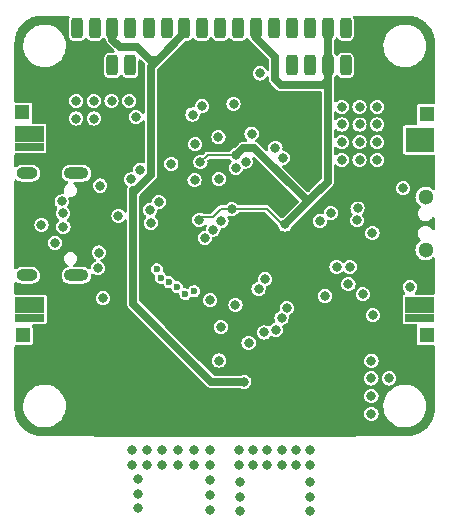
<source format=gbr>
%TF.GenerationSoftware,KiCad,Pcbnew,6.0.11-2627ca5db0~126~ubuntu22.04.1*%
%TF.CreationDate,2023-06-07T19:59:22+02:00*%
%TF.ProjectId,asac-fc-rev-b,61736163-2d66-4632-9d72-65762d622e6b,B*%
%TF.SameCoordinates,Original*%
%TF.FileFunction,Copper,L3,Inr*%
%TF.FilePolarity,Positive*%
%FSLAX46Y46*%
G04 Gerber Fmt 4.6, Leading zero omitted, Abs format (unit mm)*
G04 Created by KiCad (PCBNEW 6.0.11-2627ca5db0~126~ubuntu22.04.1) date 2023-06-07 19:59:22*
%MOMM*%
%LPD*%
G01*
G04 APERTURE LIST*
G04 Aperture macros list*
%AMRoundRect*
0 Rectangle with rounded corners*
0 $1 Rounding radius*
0 $2 $3 $4 $5 $6 $7 $8 $9 X,Y pos of 4 corners*
0 Add a 4 corners polygon primitive as box body*
4,1,4,$2,$3,$4,$5,$6,$7,$8,$9,$2,$3,0*
0 Add four circle primitives for the rounded corners*
1,1,$1+$1,$2,$3*
1,1,$1+$1,$4,$5*
1,1,$1+$1,$6,$7*
1,1,$1+$1,$8,$9*
0 Add four rect primitives between the rounded corners*
20,1,$1+$1,$2,$3,$4,$5,0*
20,1,$1+$1,$4,$5,$6,$7,0*
20,1,$1+$1,$6,$7,$8,$9,0*
20,1,$1+$1,$8,$9,$2,$3,0*%
G04 Aperture macros list end*
%TA.AperFunction,ComponentPad*%
%ADD10R,0.850000X0.700000*%
%TD*%
%TA.AperFunction,ComponentPad*%
%ADD11R,1.270000X1.270000*%
%TD*%
%TA.AperFunction,ComponentPad*%
%ADD12O,2.100000X1.000000*%
%TD*%
%TA.AperFunction,ComponentPad*%
%ADD13O,1.800000X1.000000*%
%TD*%
%TA.AperFunction,ComponentPad*%
%ADD14C,1.300000*%
%TD*%
%TA.AperFunction,ComponentPad*%
%ADD15RoundRect,0.250000X0.250000X-0.625000X0.250000X0.625000X-0.250000X0.625000X-0.250000X-0.625000X0*%
%TD*%
%TA.AperFunction,ViaPad*%
%ADD16C,0.800000*%
%TD*%
%TA.AperFunction,ViaPad*%
%ADD17C,0.600000*%
%TD*%
%TA.AperFunction,Conductor*%
%ADD18C,0.635000*%
%TD*%
%TA.AperFunction,Conductor*%
%ADD19C,0.200000*%
%TD*%
G04 APERTURE END LIST*
D10*
%TO.N,/VBAT*%
%TO.C,J4*%
X139775000Y-129750000D03*
X141375000Y-129050000D03*
X140575000Y-129050000D03*
X140575000Y-129750000D03*
X141375000Y-129750000D03*
X139775000Y-129050000D03*
X141375000Y-128350000D03*
X139775000Y-128350000D03*
X140575000Y-128350000D03*
D11*
%TO.N,/M2*%
X141175000Y-126850000D03*
D10*
%TO.N,GND*%
X139775000Y-124650000D03*
X140575000Y-123950000D03*
X140575000Y-125350000D03*
X141375000Y-124650000D03*
X141375000Y-123950000D03*
X141375000Y-125350000D03*
X140575000Y-124650000D03*
X139775000Y-125350000D03*
X139775000Y-123950000D03*
%TD*%
%TO.N,/VBAT*%
%TO.C,J9*%
X106749600Y-105777800D03*
X108349600Y-106477800D03*
X108349600Y-105777800D03*
X106749600Y-105077800D03*
X107549600Y-106477800D03*
X107549600Y-105777800D03*
X106749600Y-106477800D03*
X108349600Y-105077800D03*
X107549600Y-105077800D03*
D11*
%TO.N,/M4*%
X106949600Y-107977800D03*
D10*
%TO.N,GND*%
X108349600Y-110177800D03*
X107549600Y-110177800D03*
X106749600Y-109477800D03*
X107549600Y-110877800D03*
X106749600Y-110177800D03*
X108349600Y-110877800D03*
X106749600Y-110877800D03*
X107549600Y-109477800D03*
X108349600Y-109477800D03*
%TD*%
D12*
%TO.N,N/C*%
%TO.C,J10*%
X111523500Y-113140000D03*
X111523500Y-121780000D03*
D13*
X107343500Y-113140000D03*
X107343500Y-121780000D03*
%TD*%
D14*
%TO.N,*%
%TO.C,SW1*%
X141090000Y-119630000D03*
X141090000Y-115130000D03*
%TD*%
D15*
%TO.N,/VBAT*%
%TO.C,J3*%
X111580000Y-104000000D03*
X113080000Y-104000000D03*
%TO.N,GND*%
X114580000Y-104000000D03*
X116080000Y-104000000D03*
%TD*%
D10*
%TO.N,/VBAT*%
%TO.C,J1*%
X139820000Y-105900000D03*
X141420000Y-106600000D03*
X141420000Y-105200000D03*
X139820000Y-105200000D03*
X140620000Y-105900000D03*
X140620000Y-105200000D03*
X140620000Y-106600000D03*
X139820000Y-106600000D03*
X141420000Y-105900000D03*
D11*
%TO.N,/M1*%
X141170000Y-108100000D03*
D10*
%TO.N,GND*%
X139820000Y-111000000D03*
X140620000Y-110300000D03*
X140620000Y-111000000D03*
X141420000Y-110300000D03*
X139820000Y-109600000D03*
X141420000Y-111000000D03*
X140620000Y-109600000D03*
X139820000Y-110300000D03*
X141420000Y-109600000D03*
%TD*%
D15*
%TO.N,/SCL1*%
%TO.C,J15*%
X123720000Y-100850000D03*
%TO.N,/SDA1*%
X125220000Y-100850000D03*
%TO.N,+3.3V*%
X126720000Y-100850000D03*
%TO.N,GND*%
X128220000Y-100850000D03*
%TD*%
%TO.N,/RX1*%
%TO.C,J8*%
X117660000Y-100830000D03*
%TO.N,/TX1*%
X119160000Y-100830000D03*
%TO.N,+5V*%
X120660000Y-100830000D03*
%TO.N,GND*%
X122160000Y-100830000D03*
%TD*%
%TO.N,/GPIO24*%
%TO.C,J2*%
X129820000Y-104000000D03*
%TO.N,/GPIO25*%
X131320000Y-104000000D03*
%TO.N,+3.3V*%
X132820000Y-104000000D03*
%TO.N,GND*%
X134320000Y-104000000D03*
%TD*%
D10*
%TO.N,/VBAT*%
%TO.C,J6*%
X107574600Y-129050000D03*
X107574600Y-128350000D03*
X107574600Y-129750000D03*
X108374600Y-128350000D03*
X108374600Y-129050000D03*
X106774600Y-129050000D03*
X108374600Y-129750000D03*
X106774600Y-129750000D03*
X106774600Y-128350000D03*
D11*
%TO.N,/M3*%
X106974600Y-126850000D03*
D10*
%TO.N,GND*%
X108374600Y-123950000D03*
X107574600Y-124650000D03*
X107574600Y-125350000D03*
X108374600Y-125350000D03*
X106774600Y-124650000D03*
X108374600Y-124650000D03*
X107574600Y-123950000D03*
X106774600Y-125350000D03*
X106774600Y-123950000D03*
%TD*%
D15*
%TO.N,/RX_2_PIO*%
%TO.C,J5*%
X111580000Y-100840000D03*
%TO.N,/TX_2_PIO*%
X113080000Y-100840000D03*
%TO.N,+5V*%
X114580000Y-100840000D03*
%TO.N,GND*%
X116080000Y-100840000D03*
%TD*%
%TO.N,/GPIO22*%
%TO.C,J12*%
X129820000Y-100830000D03*
%TO.N,/GPIO23*%
X131320000Y-100830000D03*
%TO.N,+3.3V*%
X132820000Y-100830000D03*
%TO.N,GND*%
X134320000Y-100830000D03*
%TD*%
D16*
%TO.N,GND*%
X125300000Y-136600000D03*
X127700000Y-136600000D03*
X136500000Y-133500000D03*
X136500000Y-132000000D03*
X128900000Y-137800000D03*
X129330000Y-124560000D03*
X116560000Y-108360000D03*
X116155382Y-113654618D03*
X131300000Y-140500000D03*
X135500000Y-107500000D03*
X125400000Y-139300000D03*
X126500000Y-136600000D03*
X113000000Y-107000000D03*
X126359500Y-109779372D03*
X130100000Y-136600000D03*
X111500000Y-107000000D03*
X136500000Y-130500000D03*
X137000000Y-109000000D03*
X135500000Y-109000000D03*
X138000000Y-130500000D03*
X130100000Y-137800000D03*
X116000000Y-107000000D03*
X111500000Y-108500000D03*
X131300000Y-137800000D03*
X114500000Y-107000000D03*
X128990000Y-111820000D03*
X113530000Y-114180000D03*
X123593417Y-128986583D03*
X134000000Y-112000000D03*
X126107882Y-127482118D03*
X116901713Y-112838287D03*
X128896316Y-125391669D03*
X136500000Y-129000000D03*
X113771100Y-123700000D03*
X134000000Y-109000000D03*
X122400000Y-118600000D03*
X135500000Y-110500000D03*
X131300000Y-139300000D03*
X108570000Y-117490000D03*
X125300000Y-137800000D03*
X123100000Y-117900000D03*
X123550000Y-110080000D03*
X113327597Y-121165913D03*
X119560500Y-112330000D03*
X113000000Y-108500000D03*
X134000000Y-107500000D03*
X132140000Y-117175500D03*
X128900000Y-136600000D03*
X125400000Y-140500000D03*
X137000000Y-112000000D03*
X135500000Y-112000000D03*
X123800000Y-117200000D03*
X134000000Y-110500000D03*
X131300000Y-141700000D03*
X131300000Y-136600000D03*
X126500000Y-137800000D03*
X137000000Y-107500000D03*
X137000000Y-110500000D03*
X127700000Y-137800000D03*
X125400000Y-141700000D03*
%TO.N,+3.3V*%
X125040434Y-111594191D03*
X121920000Y-117080000D03*
X122020250Y-112200250D03*
X132570000Y-123510000D03*
X123755353Y-126154647D03*
X126949073Y-122946988D03*
X115086583Y-116743417D03*
X124680000Y-116150000D03*
X122860000Y-123880000D03*
X129190000Y-117459500D03*
%TO.N,+1V1*%
X124990500Y-124270000D03*
X118504608Y-115571191D03*
X127487842Y-122105125D03*
%TO.N,/~{USB_BOOT}*%
X136620000Y-125150000D03*
X139190000Y-114390000D03*
%TO.N,/VBAT*%
X116200000Y-136600000D03*
X121500000Y-137800000D03*
X118800000Y-137800000D03*
X116700000Y-141500000D03*
X120100000Y-137800000D03*
X116700000Y-139000000D03*
X122800000Y-141600000D03*
X116200000Y-137800000D03*
X122800000Y-140400000D03*
X117500000Y-137800000D03*
X120100000Y-136600000D03*
X118800000Y-136600000D03*
X122398417Y-128931583D03*
X117500000Y-136600000D03*
X122800000Y-139100000D03*
X122800000Y-136600000D03*
X115700000Y-134340000D03*
X122800000Y-137800000D03*
X116700000Y-140300000D03*
X121500000Y-136600000D03*
%TO.N,+5V*%
X125740000Y-130790000D03*
%TO.N,Net-(D3-Pad2)*%
X136584500Y-118202299D03*
X139770000Y-122760000D03*
%TO.N,/VBUS*%
X113420000Y-119850000D03*
%TO.N,/USB-*%
X110420000Y-117660000D03*
X127436868Y-126613078D03*
%TO.N,/USB+*%
X128410000Y-126385000D03*
X110375084Y-116516002D03*
%TO.N,/LED_BLUE*%
X128370000Y-110970000D03*
X127072465Y-104677535D03*
%TO.N,/LED_RED*%
X135330000Y-116110000D03*
D17*
X120742380Y-123360500D03*
%TO.N,/LED_GREEN*%
X121499418Y-123103406D03*
D16*
X135292545Y-117108800D03*
%TO.N,/QSPI_SS*%
X134675000Y-121050000D03*
X135780000Y-123370000D03*
%TO.N,/SWCLK*%
X117754860Y-116232163D03*
%TO.N,/SWD*%
X117822117Y-117330500D03*
%TO.N,/QSPI_SD1*%
X133547029Y-121093471D03*
X134555000Y-122525000D03*
%TO.N,/M2*%
X133068614Y-116499500D03*
D17*
%TO.N,/GPIO23*%
X118659904Y-121982082D03*
%TO.N,/GPIO24*%
X119365262Y-122358478D03*
D16*
%TO.N,/SDO{slash}MISO*%
X123580000Y-113620000D03*
X121359622Y-108159622D03*
%TO.N,/IMU_INT_1*%
X125877576Y-112140265D03*
X121582368Y-110679973D03*
%TO.N,/CSB{slash}CS*%
X124830378Y-107259622D03*
X121530000Y-113710500D03*
%TO.N,/SDI{slash}MOSI*%
X125030000Y-112670000D03*
X122160000Y-107459500D03*
%TO.N,Net-(J10-PadA5)*%
X110278169Y-115521209D03*
%TO.N,Net-(J10-PadB5)*%
X109710000Y-119020000D03*
D17*
%TO.N,/GPIO22*%
X118339223Y-121249711D03*
%TO.N,/GPIO25*%
X120067454Y-122781924D03*
%TD*%
D18*
%TO.N,+3.3V*%
X131594750Y-115054750D02*
X131129750Y-115519750D01*
X131594750Y-115054750D02*
X129190000Y-117459500D01*
X128360000Y-103290000D02*
X128360000Y-105180000D01*
D19*
X127650000Y-116150000D02*
X124680000Y-116150000D01*
X123740000Y-116150000D02*
X124680000Y-116150000D01*
D18*
X132820000Y-113829500D02*
X131594750Y-115054750D01*
D19*
X123050000Y-116840000D02*
X123740000Y-116150000D01*
D18*
X126587000Y-110977000D02*
X125657625Y-110977000D01*
X132790000Y-103500000D02*
X132820000Y-103530000D01*
X132820000Y-103530000D02*
X132820000Y-105270000D01*
D19*
X122160000Y-116840000D02*
X123050000Y-116840000D01*
D18*
X125657625Y-110977000D02*
X125040434Y-111594191D01*
X126720000Y-100850000D02*
X126720000Y-101650000D01*
D19*
X129190000Y-117459500D02*
X128959500Y-117459500D01*
D18*
X132820000Y-105270000D02*
X132820000Y-113829500D01*
X126720000Y-101650000D02*
X128360000Y-103290000D01*
D19*
X128959500Y-117459500D02*
X127650000Y-116150000D01*
D18*
X132820000Y-103470000D02*
X132820000Y-100830000D01*
X132790000Y-103500000D02*
X132820000Y-103470000D01*
D19*
X121920000Y-117080000D02*
X122160000Y-116840000D01*
D18*
X131129750Y-115519750D02*
X126587000Y-110977000D01*
X128360000Y-105180000D02*
X128830000Y-105650000D01*
D19*
X122020250Y-112200250D02*
X122626309Y-111594191D01*
X122626309Y-111594191D02*
X125040434Y-111594191D01*
D18*
X132440000Y-105650000D02*
X132820000Y-105270000D01*
X128830000Y-105650000D02*
X132440000Y-105650000D01*
%TO.N,+5V*%
X116330000Y-114572118D02*
X116535423Y-114572118D01*
X115190000Y-102420000D02*
X114580000Y-101810000D01*
X116535423Y-114572118D02*
X117819213Y-113288328D01*
X114580000Y-101810000D02*
X114580000Y-100840000D01*
X117735205Y-103515205D02*
X116640000Y-102420000D01*
X125740000Y-130790000D02*
X122960000Y-130790000D01*
X118435205Y-103515205D02*
X120660000Y-101290409D01*
X116330000Y-124160000D02*
X116330000Y-114572118D01*
X117819213Y-113288328D02*
X117819213Y-104131196D01*
X118435205Y-103515205D02*
X117735205Y-103515205D01*
X122960000Y-130790000D02*
X116330000Y-124160000D01*
X120660000Y-101290409D02*
X120660000Y-100830000D01*
X116640000Y-102420000D02*
X115190000Y-102420000D01*
X117819213Y-104131196D02*
X118435205Y-103515205D01*
%TD*%
%TA.AperFunction,Conductor*%
%TO.N,/VBAT*%
G36*
X110901859Y-99810502D02*
G01*
X110948352Y-99864158D01*
X110958456Y-99934432D01*
X110937332Y-99985895D01*
X110937369Y-99985915D01*
X110937169Y-99986293D01*
X110935089Y-99991360D01*
X110932959Y-99994243D01*
X110932958Y-99994246D01*
X110927366Y-100001816D01*
X110882481Y-100129631D01*
X110879500Y-100161166D01*
X110879500Y-101518834D01*
X110882481Y-101550369D01*
X110927366Y-101678184D01*
X110932958Y-101685754D01*
X110932959Y-101685757D01*
X110949409Y-101708028D01*
X111007850Y-101787150D01*
X111015421Y-101792742D01*
X111109243Y-101862041D01*
X111109246Y-101862042D01*
X111116816Y-101867634D01*
X111244631Y-101912519D01*
X111252277Y-101913242D01*
X111252278Y-101913242D01*
X111258248Y-101913806D01*
X111276166Y-101915500D01*
X111883834Y-101915500D01*
X111901752Y-101913806D01*
X111907722Y-101913242D01*
X111907723Y-101913242D01*
X111915369Y-101912519D01*
X112043184Y-101867634D01*
X112050754Y-101862042D01*
X112050757Y-101862041D01*
X112144579Y-101792742D01*
X112152150Y-101787150D01*
X112157742Y-101779579D01*
X112157745Y-101779576D01*
X112228649Y-101683580D01*
X112285210Y-101640669D01*
X112355992Y-101635149D01*
X112418521Y-101668773D01*
X112431351Y-101683580D01*
X112502255Y-101779576D01*
X112502258Y-101779579D01*
X112507850Y-101787150D01*
X112515421Y-101792742D01*
X112609243Y-101862041D01*
X112609246Y-101862042D01*
X112616816Y-101867634D01*
X112744631Y-101912519D01*
X112752277Y-101913242D01*
X112752278Y-101913242D01*
X112758248Y-101913806D01*
X112776166Y-101915500D01*
X113383834Y-101915500D01*
X113401752Y-101913806D01*
X113407722Y-101913242D01*
X113407723Y-101913242D01*
X113415369Y-101912519D01*
X113543184Y-101867634D01*
X113550754Y-101862042D01*
X113550757Y-101862041D01*
X113644579Y-101792742D01*
X113652150Y-101787150D01*
X113657742Y-101779579D01*
X113657745Y-101779576D01*
X113728649Y-101683580D01*
X113785210Y-101640669D01*
X113855992Y-101635149D01*
X113918521Y-101668773D01*
X113931351Y-101683580D01*
X114002255Y-101779576D01*
X114002258Y-101779579D01*
X114007850Y-101787150D01*
X114015421Y-101792742D01*
X114022085Y-101799406D01*
X114020461Y-101801030D01*
X114055494Y-101847209D01*
X114060391Y-101863214D01*
X114068719Y-101898720D01*
X114070881Y-101910388D01*
X114071173Y-101912519D01*
X114076391Y-101950610D01*
X114079802Y-101958492D01*
X114081745Y-101962982D01*
X114088779Y-101984250D01*
X114089896Y-101989012D01*
X114091859Y-101997380D01*
X114106758Y-102024482D01*
X114111413Y-102032949D01*
X114116634Y-102043606D01*
X114132756Y-102080861D01*
X114138163Y-102087538D01*
X114141241Y-102091339D01*
X114153734Y-102109931D01*
X114160231Y-102121749D01*
X114166825Y-102129387D01*
X114189627Y-102152189D01*
X114198453Y-102161990D01*
X114216666Y-102184482D01*
X114216668Y-102184484D01*
X114222071Y-102191156D01*
X114229070Y-102196130D01*
X114229071Y-102196131D01*
X114235996Y-102201052D01*
X114252101Y-102214663D01*
X114746843Y-102709405D01*
X114780869Y-102771717D01*
X114775804Y-102842532D01*
X114733257Y-102899368D01*
X114666737Y-102924179D01*
X114657748Y-102924500D01*
X114276166Y-102924500D01*
X114258248Y-102926194D01*
X114252278Y-102926758D01*
X114252277Y-102926758D01*
X114244631Y-102927481D01*
X114116816Y-102972366D01*
X114109246Y-102977958D01*
X114109243Y-102977959D01*
X114062000Y-103012854D01*
X114007850Y-103052850D01*
X114002258Y-103060421D01*
X113932959Y-103154243D01*
X113932958Y-103154246D01*
X113927366Y-103161816D01*
X113882481Y-103289631D01*
X113879500Y-103321166D01*
X113879500Y-104678834D01*
X113882481Y-104710369D01*
X113927366Y-104838184D01*
X113932958Y-104845754D01*
X113932959Y-104845757D01*
X113970381Y-104896421D01*
X114007850Y-104947150D01*
X114015421Y-104952742D01*
X114109243Y-105022041D01*
X114109246Y-105022042D01*
X114116816Y-105027634D01*
X114244631Y-105072519D01*
X114252277Y-105073242D01*
X114252278Y-105073242D01*
X114258248Y-105073806D01*
X114276166Y-105075500D01*
X114883834Y-105075500D01*
X114901752Y-105073806D01*
X114907722Y-105073242D01*
X114907723Y-105073242D01*
X114915369Y-105072519D01*
X115043184Y-105027634D01*
X115050754Y-105022042D01*
X115050757Y-105022041D01*
X115144579Y-104952742D01*
X115152150Y-104947150D01*
X115157742Y-104939579D01*
X115157745Y-104939576D01*
X115228649Y-104843580D01*
X115285210Y-104800669D01*
X115355992Y-104795149D01*
X115418521Y-104828773D01*
X115431351Y-104843580D01*
X115502255Y-104939576D01*
X115502258Y-104939579D01*
X115507850Y-104947150D01*
X115515421Y-104952742D01*
X115609243Y-105022041D01*
X115609246Y-105022042D01*
X115616816Y-105027634D01*
X115744631Y-105072519D01*
X115752277Y-105073242D01*
X115752278Y-105073242D01*
X115758248Y-105073806D01*
X115776166Y-105075500D01*
X116383834Y-105075500D01*
X116401752Y-105073806D01*
X116407722Y-105073242D01*
X116407723Y-105073242D01*
X116415369Y-105072519D01*
X116543184Y-105027634D01*
X116550754Y-105022042D01*
X116550757Y-105022041D01*
X116644579Y-104952742D01*
X116652150Y-104947150D01*
X116689619Y-104896421D01*
X116727041Y-104845757D01*
X116727042Y-104845754D01*
X116732634Y-104838184D01*
X116777519Y-104710369D01*
X116780500Y-104678834D01*
X116780500Y-103597253D01*
X116800502Y-103529132D01*
X116854158Y-103482639D01*
X116924432Y-103472535D01*
X116989012Y-103502029D01*
X116995595Y-103508158D01*
X117303357Y-103815920D01*
X117337383Y-103878232D01*
X117335259Y-103940167D01*
X117330222Y-103957505D01*
X117326377Y-103968736D01*
X117316526Y-103993617D01*
X117311436Y-104006474D01*
X117310538Y-104015019D01*
X117310537Y-104015022D01*
X117310025Y-104019888D01*
X117305715Y-104041860D01*
X117303824Y-104048370D01*
X117301952Y-104054814D01*
X117301213Y-104064878D01*
X117301213Y-104097134D01*
X117300523Y-104110305D01*
X117296601Y-104147620D01*
X117298033Y-104156086D01*
X117298033Y-104156089D01*
X117299449Y-104164460D01*
X117301213Y-104185472D01*
X117301213Y-107968353D01*
X117281211Y-108036474D01*
X117227555Y-108082967D01*
X117157281Y-108093071D01*
X117092701Y-108063577D01*
X117075250Y-108045057D01*
X116993305Y-107938264D01*
X116988282Y-107931718D01*
X116970556Y-107918116D01*
X116901729Y-107865304D01*
X116862841Y-107835464D01*
X116716762Y-107774956D01*
X116560000Y-107754318D01*
X116403238Y-107774956D01*
X116257159Y-107835464D01*
X116218271Y-107865304D01*
X116149445Y-107918116D01*
X116131718Y-107931718D01*
X116035464Y-108057159D01*
X115974956Y-108203238D01*
X115954318Y-108360000D01*
X115974956Y-108516762D01*
X116035464Y-108662841D01*
X116131718Y-108788282D01*
X116257159Y-108884536D01*
X116403238Y-108945044D01*
X116560000Y-108965682D01*
X116568188Y-108964604D01*
X116708574Y-108946122D01*
X116716762Y-108945044D01*
X116862841Y-108884536D01*
X116988282Y-108788282D01*
X117012015Y-108757352D01*
X117075250Y-108674943D01*
X117132588Y-108633076D01*
X117203459Y-108628854D01*
X117265362Y-108663618D01*
X117298643Y-108726331D01*
X117301213Y-108751647D01*
X117301213Y-112165216D01*
X117281211Y-112233337D01*
X117227555Y-112279830D01*
X117157281Y-112289934D01*
X117126995Y-112281625D01*
X117066104Y-112256403D01*
X117058475Y-112253243D01*
X116901713Y-112232605D01*
X116744951Y-112253243D01*
X116598872Y-112313751D01*
X116559014Y-112344335D01*
X116484015Y-112401884D01*
X116473431Y-112410005D01*
X116468408Y-112416551D01*
X116461402Y-112425682D01*
X116377177Y-112535446D01*
X116316669Y-112681525D01*
X116315591Y-112689713D01*
X116308330Y-112744869D01*
X116296031Y-112838287D01*
X116297109Y-112846475D01*
X116305300Y-112908694D01*
X116294360Y-112978843D01*
X116247232Y-113031941D01*
X116178878Y-113051131D01*
X116163929Y-113050061D01*
X116155382Y-113048936D01*
X115998620Y-113069574D01*
X115852541Y-113130082D01*
X115727100Y-113226336D01*
X115630846Y-113351777D01*
X115570338Y-113497856D01*
X115549700Y-113654618D01*
X115551692Y-113669751D01*
X115564703Y-113768574D01*
X115570338Y-113811380D01*
X115630846Y-113957459D01*
X115727100Y-114082900D01*
X115835528Y-114166099D01*
X115835744Y-114166265D01*
X115877611Y-114223603D01*
X115881833Y-114294474D01*
X115871053Y-114323651D01*
X115866631Y-114329874D01*
X115863722Y-114337952D01*
X115860062Y-114344954D01*
X115856858Y-114352151D01*
X115852334Y-114359448D01*
X115843458Y-114390000D01*
X115838180Y-114408166D01*
X115835734Y-114415692D01*
X115818556Y-114463407D01*
X115817927Y-114471976D01*
X115816141Y-114480379D01*
X115815859Y-114480319D01*
X115815407Y-114482831D01*
X115815751Y-114482893D01*
X115814582Y-114489392D01*
X115812739Y-114495736D01*
X115812000Y-114505800D01*
X115812000Y-114548059D01*
X115811662Y-114557287D01*
X115808162Y-114604949D01*
X115809860Y-114613368D01*
X115810157Y-114618096D01*
X115812000Y-114636558D01*
X115812000Y-116331184D01*
X115791998Y-116399305D01*
X115738342Y-116445798D01*
X115668068Y-116455902D01*
X115603488Y-116426408D01*
X115586038Y-116407888D01*
X115519892Y-116321685D01*
X115519888Y-116321681D01*
X115514865Y-116315135D01*
X115389424Y-116218881D01*
X115243345Y-116158373D01*
X115203103Y-116153075D01*
X115094771Y-116138813D01*
X115086583Y-116137735D01*
X115078395Y-116138813D01*
X114970064Y-116153075D01*
X114929821Y-116158373D01*
X114783742Y-116218881D01*
X114658301Y-116315135D01*
X114562047Y-116440576D01*
X114501539Y-116586655D01*
X114480901Y-116743417D01*
X114481979Y-116751605D01*
X114498153Y-116874456D01*
X114501539Y-116900179D01*
X114562047Y-117046258D01*
X114658301Y-117171699D01*
X114783742Y-117267953D01*
X114929821Y-117328461D01*
X114938009Y-117329539D01*
X114966106Y-117333238D01*
X115086583Y-117349099D01*
X115094771Y-117348021D01*
X115144866Y-117341426D01*
X115207060Y-117333238D01*
X115235157Y-117329539D01*
X115243345Y-117328461D01*
X115389424Y-117267953D01*
X115514865Y-117171699D01*
X115519888Y-117165153D01*
X115519892Y-117165149D01*
X115586038Y-117078946D01*
X115643376Y-117037079D01*
X115714247Y-117032857D01*
X115776149Y-117067621D01*
X115809431Y-117130334D01*
X115812000Y-117155650D01*
X115812000Y-124145760D01*
X115811889Y-124151036D01*
X115809451Y-124209206D01*
X115811413Y-124217570D01*
X115811413Y-124217573D01*
X115818718Y-124248720D01*
X115820881Y-124260388D01*
X115826391Y-124300610D01*
X115829802Y-124308492D01*
X115831745Y-124312982D01*
X115838779Y-124334250D01*
X115839897Y-124339015D01*
X115841859Y-124347380D01*
X115861413Y-124382949D01*
X115866634Y-124393606D01*
X115882756Y-124430861D01*
X115888163Y-124437538D01*
X115891241Y-124441339D01*
X115903734Y-124459931D01*
X115910231Y-124471749D01*
X115916825Y-124479387D01*
X115939627Y-124502189D01*
X115948453Y-124511990D01*
X115966666Y-124534482D01*
X115966668Y-124534484D01*
X115972071Y-124541156D01*
X115979070Y-124546130D01*
X115979071Y-124546131D01*
X115985996Y-124551052D01*
X116002101Y-124564663D01*
X122583626Y-131146188D01*
X122587279Y-131149997D01*
X122626710Y-131192878D01*
X122661216Y-131214273D01*
X122670985Y-131220988D01*
X122696475Y-131240337D01*
X122696482Y-131240341D01*
X122703321Y-131245532D01*
X122711307Y-131248694D01*
X122715858Y-131250496D01*
X122735866Y-131260559D01*
X122740030Y-131263141D01*
X122740036Y-131263144D01*
X122747330Y-131267666D01*
X122786305Y-131278989D01*
X122797533Y-131282834D01*
X122827286Y-131294614D01*
X122827294Y-131294616D01*
X122835278Y-131297777D01*
X122843823Y-131298675D01*
X122843826Y-131298676D01*
X122848692Y-131299188D01*
X122870664Y-131303498D01*
X122877280Y-131305420D01*
X122877282Y-131305420D01*
X122883618Y-131307261D01*
X122893682Y-131308000D01*
X122925938Y-131308000D01*
X122939109Y-131308690D01*
X122976424Y-131312612D01*
X122984890Y-131311180D01*
X122984893Y-131311180D01*
X122993264Y-131309764D01*
X123014276Y-131308000D01*
X125396316Y-131308000D01*
X125444534Y-131317591D01*
X125575608Y-131371884D01*
X125575611Y-131371885D01*
X125583238Y-131375044D01*
X125740000Y-131395682D01*
X125748188Y-131394604D01*
X125750361Y-131394318D01*
X125896762Y-131375044D01*
X126042841Y-131314536D01*
X126168282Y-131218282D01*
X126264536Y-131092841D01*
X126325044Y-130946762D01*
X126345682Y-130790000D01*
X126325044Y-130633238D01*
X126269855Y-130500000D01*
X135894318Y-130500000D01*
X135914956Y-130656762D01*
X135975464Y-130802841D01*
X136071718Y-130928282D01*
X136197159Y-131024536D01*
X136343238Y-131085044D01*
X136500000Y-131105682D01*
X136508188Y-131104604D01*
X136547778Y-131099392D01*
X136656762Y-131085044D01*
X136802841Y-131024536D01*
X136928282Y-130928282D01*
X137024536Y-130802841D01*
X137085044Y-130656762D01*
X137105682Y-130500000D01*
X137394318Y-130500000D01*
X137414956Y-130656762D01*
X137475464Y-130802841D01*
X137571718Y-130928282D01*
X137697159Y-131024536D01*
X137843238Y-131085044D01*
X138000000Y-131105682D01*
X138008188Y-131104604D01*
X138047778Y-131099392D01*
X138156762Y-131085044D01*
X138302841Y-131024536D01*
X138428282Y-130928282D01*
X138524536Y-130802841D01*
X138585044Y-130656762D01*
X138605682Y-130500000D01*
X138585044Y-130343238D01*
X138524536Y-130197159D01*
X138428282Y-130071718D01*
X138302841Y-129975464D01*
X138156762Y-129914956D01*
X138000000Y-129894318D01*
X137843238Y-129914956D01*
X137697159Y-129975464D01*
X137571718Y-130071718D01*
X137475464Y-130197159D01*
X137414956Y-130343238D01*
X137394318Y-130500000D01*
X137105682Y-130500000D01*
X137085044Y-130343238D01*
X137024536Y-130197159D01*
X136928282Y-130071718D01*
X136802841Y-129975464D01*
X136656762Y-129914956D01*
X136500000Y-129894318D01*
X136343238Y-129914956D01*
X136197159Y-129975464D01*
X136071718Y-130071718D01*
X135975464Y-130197159D01*
X135914956Y-130343238D01*
X135894318Y-130500000D01*
X126269855Y-130500000D01*
X126264536Y-130487159D01*
X126168282Y-130361718D01*
X126042841Y-130265464D01*
X125896762Y-130204956D01*
X125740000Y-130184318D01*
X125583238Y-130204956D01*
X125575611Y-130208115D01*
X125575608Y-130208116D01*
X125444534Y-130262409D01*
X125396316Y-130272000D01*
X123226752Y-130272000D01*
X123158631Y-130251998D01*
X123137657Y-130235095D01*
X121889145Y-128986583D01*
X122987735Y-128986583D01*
X123008373Y-129143345D01*
X123011533Y-129150974D01*
X123015949Y-129161636D01*
X123068881Y-129289424D01*
X123165135Y-129414865D01*
X123171681Y-129419888D01*
X123201335Y-129442642D01*
X123290576Y-129511119D01*
X123436655Y-129571627D01*
X123593417Y-129592265D01*
X123601605Y-129591187D01*
X123741991Y-129572705D01*
X123750179Y-129571627D01*
X123896258Y-129511119D01*
X123985499Y-129442642D01*
X124015153Y-129419888D01*
X124021699Y-129414865D01*
X124117953Y-129289424D01*
X124170885Y-129161636D01*
X124175301Y-129150974D01*
X124178461Y-129143345D01*
X124197333Y-129000000D01*
X135894318Y-129000000D01*
X135914956Y-129156762D01*
X135975464Y-129302841D01*
X136071718Y-129428282D01*
X136197159Y-129524536D01*
X136343238Y-129585044D01*
X136500000Y-129605682D01*
X136508188Y-129604604D01*
X136648574Y-129586122D01*
X136656762Y-129585044D01*
X136802841Y-129524536D01*
X136928282Y-129428282D01*
X137024536Y-129302841D01*
X137085044Y-129156762D01*
X137105682Y-129000000D01*
X137085044Y-128843238D01*
X137079487Y-128829821D01*
X137027696Y-128704789D01*
X137024536Y-128697159D01*
X136928282Y-128571718D01*
X136904251Y-128553278D01*
X136809392Y-128480491D01*
X136802841Y-128475464D01*
X136656762Y-128414956D01*
X136500000Y-128394318D01*
X136343238Y-128414956D01*
X136197159Y-128475464D01*
X136190608Y-128480491D01*
X136095750Y-128553278D01*
X136071718Y-128571718D01*
X135975464Y-128697159D01*
X135972304Y-128704789D01*
X135920514Y-128829821D01*
X135914956Y-128843238D01*
X135894318Y-129000000D01*
X124197333Y-129000000D01*
X124199099Y-128986583D01*
X124178461Y-128829821D01*
X124117953Y-128683742D01*
X124021699Y-128558301D01*
X123896258Y-128462047D01*
X123750179Y-128401539D01*
X123593417Y-128380901D01*
X123436655Y-128401539D01*
X123290576Y-128462047D01*
X123165135Y-128558301D01*
X123068881Y-128683742D01*
X123008373Y-128829821D01*
X122987735Y-128986583D01*
X121889145Y-128986583D01*
X120384680Y-127482118D01*
X125502200Y-127482118D01*
X125522838Y-127638880D01*
X125583346Y-127784959D01*
X125679600Y-127910400D01*
X125805041Y-128006654D01*
X125951120Y-128067162D01*
X126107882Y-128087800D01*
X126116070Y-128086722D01*
X126256456Y-128068240D01*
X126264644Y-128067162D01*
X126410723Y-128006654D01*
X126536164Y-127910400D01*
X126632418Y-127784959D01*
X126692926Y-127638880D01*
X126713564Y-127482118D01*
X126692926Y-127325356D01*
X126632418Y-127179277D01*
X126536164Y-127053836D01*
X126410723Y-126957582D01*
X126264644Y-126897074D01*
X126107882Y-126876436D01*
X125951120Y-126897074D01*
X125805041Y-126957582D01*
X125679600Y-127053836D01*
X125583346Y-127179277D01*
X125522838Y-127325356D01*
X125502200Y-127482118D01*
X120384680Y-127482118D01*
X119057209Y-126154647D01*
X123149671Y-126154647D01*
X123170309Y-126311409D01*
X123230817Y-126457488D01*
X123327071Y-126582929D01*
X123452512Y-126679183D01*
X123598591Y-126739691D01*
X123755353Y-126760329D01*
X123763541Y-126759251D01*
X123903927Y-126740769D01*
X123912115Y-126739691D01*
X124058194Y-126679183D01*
X124144344Y-126613078D01*
X126831186Y-126613078D01*
X126851824Y-126769840D01*
X126912332Y-126915919D01*
X127008586Y-127041360D01*
X127134027Y-127137614D01*
X127280106Y-127198122D01*
X127436868Y-127218760D01*
X127445056Y-127217682D01*
X127585442Y-127199200D01*
X127593630Y-127198122D01*
X127739709Y-127137614D01*
X127865150Y-127041360D01*
X127870173Y-127034814D01*
X127870176Y-127034811D01*
X127942940Y-126939982D01*
X128000278Y-126898114D01*
X128071149Y-126893892D01*
X128103212Y-126906507D01*
X128107159Y-126909536D01*
X128114786Y-126912695D01*
X128114789Y-126912697D01*
X128215523Y-126954422D01*
X128253238Y-126970044D01*
X128410000Y-126990682D01*
X128418188Y-126989604D01*
X128558574Y-126971122D01*
X128566762Y-126970044D01*
X128712841Y-126909536D01*
X128802082Y-126841059D01*
X128831736Y-126818305D01*
X128838282Y-126813282D01*
X128934536Y-126687841D01*
X128995044Y-126541762D01*
X129015682Y-126385000D01*
X128995044Y-126228238D01*
X128983944Y-126201439D01*
X128961631Y-126147571D01*
X128954042Y-126076981D01*
X128985822Y-126013494D01*
X129045274Y-125977740D01*
X129053078Y-125976713D01*
X129199157Y-125916205D01*
X129292537Y-125844552D01*
X129318052Y-125824974D01*
X129324598Y-125819951D01*
X129420852Y-125694510D01*
X129481360Y-125548431D01*
X129501998Y-125391669D01*
X129483040Y-125247669D01*
X129493979Y-125177521D01*
X129518405Y-125150000D01*
X136014318Y-125150000D01*
X136034956Y-125306762D01*
X136095464Y-125452841D01*
X136100491Y-125459392D01*
X136174667Y-125556060D01*
X136191718Y-125578282D01*
X136317159Y-125674536D01*
X136463238Y-125735044D01*
X136620000Y-125755682D01*
X136628188Y-125754604D01*
X136768574Y-125736122D01*
X136776762Y-125735044D01*
X136922841Y-125674536D01*
X137048282Y-125578282D01*
X137065334Y-125556060D01*
X137139509Y-125459392D01*
X137144536Y-125452841D01*
X137205044Y-125306762D01*
X137225682Y-125150000D01*
X137205044Y-124993238D01*
X137144536Y-124847159D01*
X137048282Y-124721718D01*
X136922841Y-124625464D01*
X136776762Y-124564956D01*
X136620000Y-124544318D01*
X136463238Y-124564956D01*
X136317159Y-124625464D01*
X136191718Y-124721718D01*
X136095464Y-124847159D01*
X136034956Y-124993238D01*
X136014318Y-125150000D01*
X129518405Y-125150000D01*
X129541107Y-125124422D01*
X129559744Y-125114814D01*
X129578512Y-125107040D01*
X129632841Y-125084536D01*
X129758282Y-124988282D01*
X129854536Y-124862841D01*
X129915044Y-124716762D01*
X129935682Y-124560000D01*
X129915044Y-124403238D01*
X129854536Y-124257159D01*
X129758282Y-124131718D01*
X129632841Y-124035464D01*
X129486762Y-123974956D01*
X129330000Y-123954318D01*
X129173238Y-123974956D01*
X129027159Y-124035464D01*
X128901718Y-124131718D01*
X128805464Y-124257159D01*
X128744956Y-124403238D01*
X128724318Y-124560000D01*
X128743185Y-124703305D01*
X128743276Y-124704000D01*
X128732337Y-124774148D01*
X128685209Y-124827247D01*
X128666572Y-124836855D01*
X128593475Y-124867133D01*
X128468034Y-124963387D01*
X128463011Y-124969933D01*
X128448931Y-124988282D01*
X128371780Y-125088828D01*
X128311272Y-125234907D01*
X128290634Y-125391669D01*
X128311272Y-125548431D01*
X128314431Y-125556058D01*
X128314432Y-125556061D01*
X128344685Y-125629098D01*
X128352274Y-125699688D01*
X128320494Y-125763175D01*
X128261042Y-125798929D01*
X128253238Y-125799956D01*
X128107159Y-125860464D01*
X127981718Y-125956718D01*
X127976695Y-125963264D01*
X127976692Y-125963267D01*
X127903928Y-126058096D01*
X127846590Y-126099964D01*
X127775719Y-126104186D01*
X127743656Y-126091571D01*
X127739709Y-126088542D01*
X127732082Y-126085383D01*
X127732079Y-126085381D01*
X127601259Y-126031194D01*
X127593630Y-126028034D01*
X127579191Y-126026133D01*
X127515249Y-126017715D01*
X127436868Y-126007396D01*
X127358487Y-126017715D01*
X127294546Y-126026133D01*
X127280106Y-126028034D01*
X127134027Y-126088542D01*
X127084624Y-126126450D01*
X127025432Y-126171870D01*
X127008586Y-126184796D01*
X126912332Y-126310237D01*
X126851824Y-126456316D01*
X126831186Y-126613078D01*
X124144344Y-126613078D01*
X124183635Y-126582929D01*
X124279889Y-126457488D01*
X124340397Y-126311409D01*
X124361035Y-126154647D01*
X124340397Y-125997885D01*
X124279889Y-125851806D01*
X124206131Y-125755682D01*
X124188658Y-125732911D01*
X124183635Y-125726365D01*
X124166949Y-125713561D01*
X124116090Y-125674536D01*
X124058194Y-125630111D01*
X123912115Y-125569603D01*
X123755353Y-125548965D01*
X123598591Y-125569603D01*
X123452512Y-125630111D01*
X123394616Y-125674536D01*
X123343758Y-125713561D01*
X123327071Y-125726365D01*
X123322048Y-125732911D01*
X123304575Y-125755682D01*
X123230817Y-125851806D01*
X123170309Y-125997885D01*
X123149671Y-126154647D01*
X119057209Y-126154647D01*
X116884905Y-123982343D01*
X116850879Y-123920031D01*
X116848000Y-123893248D01*
X116848000Y-123880000D01*
X122254318Y-123880000D01*
X122274956Y-124036762D01*
X122335464Y-124182841D01*
X122431718Y-124308282D01*
X122557159Y-124404536D01*
X122703238Y-124465044D01*
X122860000Y-124485682D01*
X122868188Y-124484604D01*
X122907816Y-124479387D01*
X123016762Y-124465044D01*
X123162841Y-124404536D01*
X123288282Y-124308282D01*
X123317657Y-124270000D01*
X124384818Y-124270000D01*
X124405456Y-124426762D01*
X124465964Y-124572841D01*
X124562218Y-124698282D01*
X124687659Y-124794536D01*
X124833738Y-124855044D01*
X124990500Y-124875682D01*
X124998688Y-124874604D01*
X125038278Y-124869392D01*
X125147262Y-124855044D01*
X125293341Y-124794536D01*
X125418782Y-124698282D01*
X125515036Y-124572841D01*
X125575544Y-124426762D01*
X125596182Y-124270000D01*
X125575544Y-124113238D01*
X125515036Y-123967159D01*
X125434552Y-123862270D01*
X125423805Y-123848264D01*
X125418782Y-123841718D01*
X125293341Y-123745464D01*
X125147262Y-123684956D01*
X124990500Y-123664318D01*
X124833738Y-123684956D01*
X124687659Y-123745464D01*
X124562218Y-123841718D01*
X124557195Y-123848264D01*
X124546448Y-123862270D01*
X124465964Y-123967159D01*
X124405456Y-124113238D01*
X124384818Y-124270000D01*
X123317657Y-124270000D01*
X123384536Y-124182841D01*
X123445044Y-124036762D01*
X123465682Y-123880000D01*
X123445044Y-123723238D01*
X123384536Y-123577159D01*
X123288282Y-123451718D01*
X123162841Y-123355464D01*
X123016762Y-123294956D01*
X122860000Y-123274318D01*
X122703238Y-123294956D01*
X122557159Y-123355464D01*
X122431718Y-123451718D01*
X122335464Y-123577159D01*
X122274956Y-123723238D01*
X122254318Y-123880000D01*
X116848000Y-123880000D01*
X116848000Y-121243534D01*
X117833614Y-121243534D01*
X117834778Y-121252436D01*
X117834778Y-121252439D01*
X117835764Y-121259978D01*
X117852203Y-121385690D01*
X117855820Y-121393910D01*
X117902256Y-121499443D01*
X117909943Y-121516914D01*
X117915720Y-121523787D01*
X117915721Y-121523788D01*
X117994920Y-121618007D01*
X118002193Y-121626659D01*
X118081714Y-121679593D01*
X118121536Y-121706101D01*
X118119606Y-121709000D01*
X118160008Y-121745228D01*
X118178849Y-121813679D01*
X118175615Y-121834130D01*
X118176351Y-121834245D01*
X118162938Y-121920396D01*
X118154295Y-121975905D01*
X118155459Y-121984807D01*
X118155459Y-121984810D01*
X118160841Y-122025968D01*
X118172884Y-122118061D01*
X118189312Y-122155396D01*
X118226755Y-122240491D01*
X118230624Y-122249285D01*
X118236401Y-122256158D01*
X118236402Y-122256159D01*
X118260343Y-122284640D01*
X118322874Y-122359030D01*
X118378419Y-122396004D01*
X118425703Y-122427479D01*
X118442217Y-122438472D01*
X118579061Y-122481224D01*
X118588033Y-122481388D01*
X118588036Y-122481389D01*
X118653367Y-122482586D01*
X118722403Y-122483852D01*
X118732043Y-122481224D01*
X118752638Y-122475609D01*
X118823621Y-122476989D01*
X118882590Y-122516526D01*
X118901109Y-122546426D01*
X118935982Y-122625681D01*
X118941759Y-122632554D01*
X118941760Y-122632555D01*
X119004676Y-122707403D01*
X119028232Y-122735426D01*
X119147575Y-122814868D01*
X119284419Y-122857620D01*
X119293391Y-122857784D01*
X119293394Y-122857785D01*
X119358725Y-122858982D01*
X119427761Y-122860248D01*
X119436681Y-122857816D01*
X119436945Y-122857821D01*
X119445328Y-122856777D01*
X119445479Y-122857987D01*
X119507663Y-122859193D01*
X119566634Y-122898729D01*
X119585155Y-122928631D01*
X119638174Y-123049127D01*
X119643951Y-123056000D01*
X119643952Y-123056001D01*
X119690286Y-123111122D01*
X119730424Y-123158872D01*
X119849767Y-123238314D01*
X119986611Y-123281066D01*
X119995583Y-123281230D01*
X119995586Y-123281231D01*
X120078445Y-123282750D01*
X120119221Y-123283497D01*
X120186963Y-123304744D01*
X120232465Y-123359243D01*
X120241847Y-123393137D01*
X120255360Y-123496479D01*
X120279537Y-123551426D01*
X120302149Y-123602814D01*
X120313100Y-123627703D01*
X120318877Y-123634576D01*
X120318878Y-123634577D01*
X120344784Y-123665396D01*
X120405350Y-123737448D01*
X120524693Y-123816890D01*
X120661537Y-123859642D01*
X120670509Y-123859806D01*
X120670512Y-123859807D01*
X120735843Y-123861004D01*
X120804879Y-123862270D01*
X120813913Y-123859807D01*
X120934538Y-123826921D01*
X120934540Y-123826920D01*
X120943197Y-123824560D01*
X121065371Y-123749545D01*
X121161580Y-123643254D01*
X121165494Y-123635176D01*
X121170512Y-123627736D01*
X121171768Y-123628583D01*
X121212860Y-123583286D01*
X121281419Y-123564840D01*
X121316118Y-123570539D01*
X121418575Y-123602548D01*
X121427547Y-123602712D01*
X121427550Y-123602713D01*
X121492881Y-123603910D01*
X121561917Y-123605176D01*
X121570951Y-123602713D01*
X121691576Y-123569827D01*
X121691578Y-123569826D01*
X121700235Y-123567466D01*
X121822409Y-123492451D01*
X121918618Y-123386160D01*
X121969456Y-123281231D01*
X121977213Y-123265220D01*
X121977213Y-123265219D01*
X121981128Y-123257139D01*
X122004914Y-123115760D01*
X122005065Y-123103406D01*
X121984741Y-122961488D01*
X121978729Y-122948264D01*
X121978149Y-122946988D01*
X126343391Y-122946988D01*
X126364029Y-123103750D01*
X126424537Y-123249829D01*
X126520791Y-123375270D01*
X126527337Y-123380293D01*
X126544078Y-123393139D01*
X126646232Y-123471524D01*
X126792311Y-123532032D01*
X126949073Y-123552670D01*
X126957261Y-123551592D01*
X127097647Y-123533110D01*
X127105835Y-123532032D01*
X127159025Y-123510000D01*
X131964318Y-123510000D01*
X131984956Y-123666762D01*
X132045464Y-123812841D01*
X132083392Y-123862270D01*
X132127714Y-123920031D01*
X132141718Y-123938282D01*
X132148264Y-123943305D01*
X132162617Y-123954318D01*
X132267159Y-124034536D01*
X132413238Y-124095044D01*
X132570000Y-124115682D01*
X132578188Y-124114604D01*
X132718574Y-124096122D01*
X132726762Y-124095044D01*
X132872841Y-124034536D01*
X132977383Y-123954318D01*
X132991736Y-123943305D01*
X132998282Y-123938282D01*
X133012287Y-123920031D01*
X133056608Y-123862270D01*
X133094536Y-123812841D01*
X133155044Y-123666762D01*
X133175682Y-123510000D01*
X133159964Y-123390608D01*
X133157251Y-123370000D01*
X135174318Y-123370000D01*
X135194956Y-123526762D01*
X135255464Y-123672841D01*
X135351718Y-123798282D01*
X135477159Y-123894536D01*
X135623238Y-123955044D01*
X135780000Y-123975682D01*
X135788188Y-123974604D01*
X135928574Y-123956122D01*
X135936762Y-123955044D01*
X136082841Y-123894536D01*
X136208282Y-123798282D01*
X136304536Y-123672841D01*
X136365044Y-123526762D01*
X136385682Y-123370000D01*
X136365044Y-123213238D01*
X136304536Y-123067159D01*
X136208282Y-122941718D01*
X136190556Y-122928116D01*
X136151842Y-122898410D01*
X136082841Y-122845464D01*
X135936762Y-122784956D01*
X135780000Y-122764318D01*
X135623238Y-122784956D01*
X135477159Y-122845464D01*
X135408158Y-122898410D01*
X135369445Y-122928116D01*
X135351718Y-122941718D01*
X135255464Y-123067159D01*
X135194956Y-123213238D01*
X135174318Y-123370000D01*
X133157251Y-123370000D01*
X133156122Y-123361426D01*
X133155044Y-123353238D01*
X133094536Y-123207159D01*
X133018652Y-123108265D01*
X133003305Y-123088264D01*
X132998282Y-123081718D01*
X132872841Y-122985464D01*
X132726762Y-122924956D01*
X132570000Y-122904318D01*
X132413238Y-122924956D01*
X132267159Y-122985464D01*
X132141718Y-123081718D01*
X132136695Y-123088264D01*
X132121348Y-123108265D01*
X132045464Y-123207159D01*
X131984956Y-123353238D01*
X131983878Y-123361426D01*
X131980036Y-123390608D01*
X131964318Y-123510000D01*
X127159025Y-123510000D01*
X127251914Y-123471524D01*
X127354068Y-123393139D01*
X127370809Y-123380293D01*
X127377355Y-123375270D01*
X127473609Y-123249829D01*
X127534117Y-123103750D01*
X127554755Y-122946988D01*
X127543695Y-122862980D01*
X127539439Y-122830650D01*
X127550378Y-122760501D01*
X127597507Y-122707403D01*
X127631750Y-122692497D01*
X127636414Y-122691247D01*
X127644604Y-122690169D01*
X127790683Y-122629661D01*
X127916124Y-122533407D01*
X127922575Y-122525000D01*
X133949318Y-122525000D01*
X133969956Y-122681762D01*
X134030464Y-122827841D01*
X134084613Y-122898410D01*
X134120065Y-122944611D01*
X134126718Y-122953282D01*
X134252159Y-123049536D01*
X134398238Y-123110044D01*
X134406426Y-123111122D01*
X134459551Y-123118116D01*
X134555000Y-123130682D01*
X134563188Y-123129604D01*
X134703574Y-123111122D01*
X134711762Y-123110044D01*
X134857841Y-123049536D01*
X134983282Y-122953282D01*
X134989936Y-122944611D01*
X135025387Y-122898410D01*
X135079536Y-122827841D01*
X135140044Y-122681762D01*
X135160682Y-122525000D01*
X135140044Y-122368238D01*
X135079536Y-122222159D01*
X134983282Y-122096718D01*
X134857841Y-122000464D01*
X134711762Y-121939956D01*
X134555000Y-121919318D01*
X134398238Y-121939956D01*
X134252159Y-122000464D01*
X134126718Y-122096718D01*
X134030464Y-122222159D01*
X133969956Y-122368238D01*
X133949318Y-122525000D01*
X127922575Y-122525000D01*
X127927405Y-122518706D01*
X127979658Y-122450608D01*
X128012378Y-122407966D01*
X128072886Y-122261887D01*
X128093524Y-122105125D01*
X128072886Y-121948363D01*
X128012378Y-121802284D01*
X127916124Y-121676843D01*
X127887142Y-121654604D01*
X127857209Y-121631636D01*
X127790683Y-121580589D01*
X127660048Y-121526478D01*
X127652233Y-121523241D01*
X127644604Y-121520081D01*
X127487842Y-121499443D01*
X127331080Y-121520081D01*
X127323451Y-121523241D01*
X127315636Y-121526478D01*
X127185001Y-121580589D01*
X127118475Y-121631636D01*
X127088543Y-121654604D01*
X127059560Y-121676843D01*
X126963306Y-121802284D01*
X126902798Y-121948363D01*
X126882160Y-122105125D01*
X126883238Y-122113313D01*
X126897476Y-122221463D01*
X126886537Y-122291612D01*
X126839408Y-122344710D01*
X126805165Y-122359616D01*
X126800501Y-122360866D01*
X126792311Y-122361944D01*
X126646232Y-122422452D01*
X126520791Y-122518706D01*
X126515768Y-122525252D01*
X126505656Y-122538430D01*
X126424537Y-122644147D01*
X126364029Y-122790226D01*
X126343391Y-122946988D01*
X121978149Y-122946988D01*
X121959238Y-122905396D01*
X121925402Y-122830978D01*
X121888470Y-122788116D01*
X121837678Y-122729169D01*
X121837675Y-122729166D01*
X121831818Y-122722369D01*
X121711513Y-122644391D01*
X121574157Y-122603313D01*
X121565181Y-122603258D01*
X121565180Y-122603258D01*
X121504973Y-122602890D01*
X121430794Y-122602437D01*
X121292947Y-122641834D01*
X121171698Y-122718336D01*
X121076795Y-122825794D01*
X121072979Y-122833921D01*
X121068052Y-122841422D01*
X121064900Y-122839352D01*
X121029502Y-122879227D01*
X120961146Y-122898410D01*
X120926560Y-122893137D01*
X120817119Y-122860407D01*
X120808143Y-122860352D01*
X120808142Y-122860352D01*
X120762712Y-122860075D01*
X120692702Y-122859647D01*
X120624706Y-122839229D01*
X120578542Y-122785290D01*
X120568746Y-122751512D01*
X120557584Y-122673574D01*
X120552777Y-122640006D01*
X120548074Y-122629661D01*
X120506593Y-122538430D01*
X120493438Y-122509496D01*
X120456121Y-122466188D01*
X120405714Y-122407687D01*
X120405711Y-122407684D01*
X120399854Y-122400887D01*
X120279549Y-122322909D01*
X120142193Y-122281831D01*
X120133217Y-122281776D01*
X120133216Y-122281776D01*
X120073009Y-122281408D01*
X119998830Y-122280955D01*
X119990198Y-122283422D01*
X119981307Y-122284640D01*
X119980820Y-122281084D01*
X119926966Y-122280707D01*
X119867510Y-122241905D01*
X119848609Y-122212213D01*
X119794963Y-122094224D01*
X119794961Y-122094221D01*
X119791246Y-122086050D01*
X119772860Y-122064712D01*
X119703522Y-121984241D01*
X119703519Y-121984238D01*
X119697662Y-121977441D01*
X119577357Y-121899463D01*
X119440001Y-121858385D01*
X119431025Y-121858330D01*
X119431024Y-121858330D01*
X119370817Y-121857962D01*
X119296638Y-121857509D01*
X119274011Y-121863976D01*
X119203017Y-121863466D01*
X119143568Y-121824653D01*
X119124683Y-121794979D01*
X119089605Y-121717828D01*
X119089603Y-121717825D01*
X119085888Y-121709654D01*
X119024832Y-121638795D01*
X118998164Y-121607845D01*
X118998161Y-121607842D01*
X118992304Y-121601045D01*
X118877260Y-121526477D01*
X118830977Y-121472642D01*
X118821539Y-121399841D01*
X118823175Y-121390117D01*
X118844719Y-121262065D01*
X118844870Y-121249711D01*
X118831873Y-121158956D01*
X118825819Y-121116679D01*
X118825818Y-121116676D01*
X118824546Y-121107793D01*
X118819423Y-121096524D01*
X118818035Y-121093471D01*
X132941347Y-121093471D01*
X132961985Y-121250233D01*
X132965145Y-121257862D01*
X132966581Y-121261329D01*
X133022493Y-121396312D01*
X133057638Y-121442114D01*
X133108727Y-121508694D01*
X133118747Y-121521753D01*
X133244188Y-121618007D01*
X133390267Y-121678515D01*
X133547029Y-121699153D01*
X133555217Y-121698075D01*
X133695603Y-121679593D01*
X133703791Y-121678515D01*
X133849870Y-121618007D01*
X133975311Y-121521753D01*
X133985332Y-121508694D01*
X134027730Y-121453439D01*
X134085068Y-121411572D01*
X134155939Y-121407350D01*
X134217842Y-121442114D01*
X134227655Y-121453439D01*
X134246718Y-121478282D01*
X134253264Y-121483305D01*
X134282918Y-121506059D01*
X134372159Y-121574536D01*
X134518238Y-121635044D01*
X134675000Y-121655682D01*
X134683188Y-121654604D01*
X134689911Y-121653719D01*
X134831762Y-121635044D01*
X134977841Y-121574536D01*
X135067082Y-121506059D01*
X135096736Y-121483305D01*
X135103282Y-121478282D01*
X135199536Y-121352841D01*
X135260044Y-121206762D01*
X135280682Y-121050000D01*
X135260044Y-120893238D01*
X135199536Y-120747159D01*
X135115943Y-120638218D01*
X135108305Y-120628264D01*
X135103282Y-120621718D01*
X134977841Y-120525464D01*
X134831762Y-120464956D01*
X134675000Y-120444318D01*
X134518238Y-120464956D01*
X134372159Y-120525464D01*
X134246718Y-120621718D01*
X134241695Y-120628264D01*
X134194299Y-120690032D01*
X134136961Y-120731899D01*
X134066090Y-120736121D01*
X134004187Y-120701357D01*
X133994372Y-120690030D01*
X133980335Y-120671736D01*
X133980334Y-120671735D01*
X133975311Y-120665189D01*
X133849870Y-120568935D01*
X133703791Y-120508427D01*
X133547029Y-120487789D01*
X133390267Y-120508427D01*
X133244188Y-120568935D01*
X133118747Y-120665189D01*
X133022493Y-120790630D01*
X132961985Y-120936709D01*
X132941347Y-121093471D01*
X118818035Y-121093471D01*
X118778192Y-121005842D01*
X118765207Y-120977283D01*
X118729263Y-120935568D01*
X118677483Y-120875474D01*
X118677480Y-120875471D01*
X118671623Y-120868674D01*
X118551318Y-120790696D01*
X118413962Y-120749618D01*
X118404986Y-120749563D01*
X118404985Y-120749563D01*
X118344778Y-120749195D01*
X118270599Y-120748742D01*
X118132752Y-120788139D01*
X118011503Y-120864641D01*
X117916600Y-120972099D01*
X117855670Y-121101874D01*
X117846974Y-121157725D01*
X117837272Y-121220041D01*
X117833614Y-121243534D01*
X116848000Y-121243534D01*
X116848000Y-116232163D01*
X117149178Y-116232163D01*
X117169816Y-116388925D01*
X117230324Y-116535004D01*
X117285068Y-116606348D01*
X117319882Y-116651718D01*
X117326578Y-116660445D01*
X117333124Y-116665468D01*
X117388312Y-116707815D01*
X117430179Y-116765153D01*
X117434401Y-116836024D01*
X117400703Y-116896873D01*
X117400381Y-116897195D01*
X117393835Y-116902218D01*
X117297581Y-117027659D01*
X117237073Y-117173738D01*
X117235995Y-117181926D01*
X117234302Y-117194789D01*
X117216435Y-117330500D01*
X117218872Y-117349012D01*
X117235899Y-117478341D01*
X117237073Y-117487262D01*
X117297581Y-117633341D01*
X117352549Y-117704977D01*
X117388191Y-117751426D01*
X117393835Y-117758782D01*
X117400381Y-117763805D01*
X117413690Y-117774017D01*
X117519276Y-117855036D01*
X117665355Y-117915544D01*
X117822117Y-117936182D01*
X117830305Y-117935104D01*
X117970691Y-117916622D01*
X117978879Y-117915544D01*
X118124958Y-117855036D01*
X118230544Y-117774017D01*
X118243853Y-117763805D01*
X118250399Y-117758782D01*
X118256044Y-117751426D01*
X118291685Y-117704977D01*
X118346653Y-117633341D01*
X118407161Y-117487262D01*
X118408336Y-117478341D01*
X118425362Y-117349012D01*
X118427799Y-117330500D01*
X118409932Y-117194789D01*
X118408239Y-117181926D01*
X118407161Y-117173738D01*
X118346653Y-117027659D01*
X118250399Y-116902218D01*
X118221821Y-116880289D01*
X118188665Y-116854848D01*
X118146798Y-116797510D01*
X118142576Y-116726639D01*
X118176274Y-116665790D01*
X118176596Y-116665468D01*
X118183142Y-116660445D01*
X118189839Y-116651718D01*
X118224652Y-116606348D01*
X118279396Y-116535004D01*
X118339904Y-116388925D01*
X118353705Y-116284093D01*
X118382427Y-116219167D01*
X118441692Y-116180075D01*
X118488162Y-116176194D01*
X118488162Y-116175795D01*
X118492938Y-116175795D01*
X118495068Y-116175617D01*
X118504608Y-116176873D01*
X118512796Y-116175795D01*
X118653182Y-116157313D01*
X118661370Y-116156235D01*
X118807449Y-116095727D01*
X118896690Y-116027250D01*
X118926344Y-116004496D01*
X118932890Y-115999473D01*
X118944438Y-115984424D01*
X118979530Y-115938690D01*
X119029144Y-115874032D01*
X119089652Y-115727953D01*
X119110290Y-115571191D01*
X119089652Y-115414429D01*
X119029144Y-115268350D01*
X118932890Y-115142909D01*
X118807449Y-115046655D01*
X118661370Y-114986147D01*
X118504608Y-114965509D01*
X118347846Y-114986147D01*
X118201767Y-115046655D01*
X118076326Y-115142909D01*
X117980072Y-115268350D01*
X117919564Y-115414429D01*
X117911217Y-115477835D01*
X117905763Y-115519260D01*
X117877041Y-115584187D01*
X117817776Y-115623279D01*
X117771306Y-115627160D01*
X117771306Y-115627559D01*
X117766530Y-115627559D01*
X117764400Y-115627737D01*
X117754860Y-115626481D01*
X117598098Y-115647119D01*
X117452019Y-115707627D01*
X117326578Y-115803881D01*
X117321555Y-115810427D01*
X117311102Y-115824050D01*
X117230324Y-115929322D01*
X117169816Y-116075401D01*
X117149178Y-116232163D01*
X116848000Y-116232163D01*
X116848000Y-115045680D01*
X116868002Y-114977559D01*
X116894707Y-114947759D01*
X116909902Y-114935455D01*
X116909906Y-114935450D01*
X116916579Y-114930047D01*
X116926475Y-114916122D01*
X116940086Y-114900017D01*
X118129603Y-113710500D01*
X120924318Y-113710500D01*
X120944956Y-113867262D01*
X121005464Y-114013341D01*
X121101718Y-114138782D01*
X121227159Y-114235036D01*
X121373238Y-114295544D01*
X121530000Y-114316182D01*
X121538188Y-114315104D01*
X121678574Y-114296622D01*
X121686762Y-114295544D01*
X121832841Y-114235036D01*
X121958282Y-114138782D01*
X122054536Y-114013341D01*
X122115044Y-113867262D01*
X122135682Y-113710500D01*
X122123768Y-113620000D01*
X122974318Y-113620000D01*
X122994956Y-113776762D01*
X123055464Y-113922841D01*
X123151718Y-114048282D01*
X123277159Y-114144536D01*
X123423238Y-114205044D01*
X123580000Y-114225682D01*
X123588188Y-114224604D01*
X123595792Y-114223603D01*
X123736762Y-114205044D01*
X123882841Y-114144536D01*
X124008282Y-114048282D01*
X124104536Y-113922841D01*
X124165044Y-113776762D01*
X124185682Y-113620000D01*
X124173818Y-113529883D01*
X124166122Y-113471426D01*
X124165044Y-113463238D01*
X124104536Y-113317159D01*
X124008282Y-113191718D01*
X123882841Y-113095464D01*
X123736762Y-113034956D01*
X123580000Y-113014318D01*
X123423238Y-113034956D01*
X123277159Y-113095464D01*
X123151718Y-113191718D01*
X123055464Y-113317159D01*
X122994956Y-113463238D01*
X122993878Y-113471426D01*
X122986182Y-113529883D01*
X122974318Y-113620000D01*
X122123768Y-113620000D01*
X122115044Y-113553738D01*
X122111428Y-113545007D01*
X122080949Y-113471426D01*
X122054536Y-113407659D01*
X121958282Y-113282218D01*
X121944841Y-113271904D01*
X121868733Y-113213505D01*
X121832841Y-113185964D01*
X121686762Y-113125456D01*
X121530000Y-113104818D01*
X121373238Y-113125456D01*
X121227159Y-113185964D01*
X121191267Y-113213505D01*
X121115160Y-113271904D01*
X121101718Y-113282218D01*
X121005464Y-113407659D01*
X120979051Y-113471426D01*
X120948573Y-113545007D01*
X120944956Y-113553738D01*
X120924318Y-113710500D01*
X118129603Y-113710500D01*
X118175401Y-113664702D01*
X118179210Y-113661049D01*
X118188720Y-113652304D01*
X118222091Y-113621618D01*
X118243480Y-113587121D01*
X118250205Y-113577337D01*
X118269551Y-113551849D01*
X118269552Y-113551847D01*
X118274744Y-113545007D01*
X118279707Y-113532472D01*
X118289772Y-113512460D01*
X118296879Y-113500998D01*
X118308204Y-113462017D01*
X118312049Y-113450788D01*
X118323827Y-113421039D01*
X118323827Y-113421038D01*
X118326990Y-113413050D01*
X118327889Y-113404502D01*
X118328401Y-113399636D01*
X118332711Y-113377664D01*
X118334633Y-113371048D01*
X118334633Y-113371046D01*
X118336474Y-113364710D01*
X118337213Y-113354646D01*
X118337213Y-113322390D01*
X118337903Y-113309219D01*
X118340927Y-113280446D01*
X118341825Y-113271904D01*
X118338977Y-113255064D01*
X118337213Y-113234052D01*
X118337213Y-112330000D01*
X118954818Y-112330000D01*
X118955896Y-112338188D01*
X118971345Y-112455532D01*
X118975456Y-112486762D01*
X119035964Y-112632841D01*
X119132218Y-112758282D01*
X119257659Y-112854536D01*
X119403738Y-112915044D01*
X119560500Y-112935682D01*
X119568688Y-112934604D01*
X119709074Y-112916122D01*
X119717262Y-112915044D01*
X119863341Y-112854536D01*
X119988782Y-112758282D01*
X120085036Y-112632841D01*
X120145544Y-112486762D01*
X120149656Y-112455532D01*
X120165104Y-112338188D01*
X120166182Y-112330000D01*
X120145544Y-112173238D01*
X120085036Y-112027159D01*
X119988782Y-111901718D01*
X119863341Y-111805464D01*
X119717262Y-111744956D01*
X119560500Y-111724318D01*
X119403738Y-111744956D01*
X119257659Y-111805464D01*
X119132218Y-111901718D01*
X119035964Y-112027159D01*
X118975456Y-112173238D01*
X118954818Y-112330000D01*
X118337213Y-112330000D01*
X118337213Y-110679973D01*
X120976686Y-110679973D01*
X120997324Y-110836735D01*
X121057832Y-110982814D01*
X121154086Y-111108255D01*
X121279527Y-111204509D01*
X121425606Y-111265017D01*
X121582368Y-111285655D01*
X121590556Y-111284577D01*
X121730942Y-111266095D01*
X121739130Y-111265017D01*
X121885209Y-111204509D01*
X122010650Y-111108255D01*
X122106904Y-110982814D01*
X122167412Y-110836735D01*
X122188050Y-110679973D01*
X122170322Y-110545318D01*
X122168490Y-110531399D01*
X122167412Y-110523211D01*
X122163446Y-110513635D01*
X122156530Y-110496940D01*
X122106904Y-110377132D01*
X122010650Y-110251691D01*
X122001137Y-110244391D01*
X121891760Y-110160464D01*
X121885209Y-110155437D01*
X121739130Y-110094929D01*
X121725633Y-110093152D01*
X121660749Y-110084610D01*
X121625732Y-110080000D01*
X122944318Y-110080000D01*
X122964956Y-110236762D01*
X123025464Y-110382841D01*
X123121718Y-110508282D01*
X123128264Y-110513305D01*
X123138902Y-110521468D01*
X123247159Y-110604536D01*
X123336678Y-110641616D01*
X123382529Y-110660608D01*
X123393238Y-110665044D01*
X123550000Y-110685682D01*
X123558188Y-110684604D01*
X123698574Y-110666122D01*
X123706762Y-110665044D01*
X123717472Y-110660608D01*
X123763322Y-110641616D01*
X123852841Y-110604536D01*
X123961098Y-110521468D01*
X123971736Y-110513305D01*
X123978282Y-110508282D01*
X124074536Y-110382841D01*
X124135044Y-110236762D01*
X124155682Y-110080000D01*
X124135044Y-109923238D01*
X124131614Y-109914956D01*
X124077696Y-109784789D01*
X124074536Y-109777159D01*
X123978282Y-109651718D01*
X123852841Y-109555464D01*
X123706762Y-109494956D01*
X123550000Y-109474318D01*
X123393238Y-109494956D01*
X123247159Y-109555464D01*
X123121718Y-109651718D01*
X123025464Y-109777159D01*
X123022304Y-109784789D01*
X122968387Y-109914956D01*
X122964956Y-109923238D01*
X122944318Y-110080000D01*
X121625732Y-110080000D01*
X121582368Y-110074291D01*
X121503987Y-110084610D01*
X121439104Y-110093152D01*
X121425606Y-110094929D01*
X121279527Y-110155437D01*
X121272976Y-110160464D01*
X121163600Y-110244391D01*
X121154086Y-110251691D01*
X121057832Y-110377132D01*
X121008206Y-110496940D01*
X121001291Y-110513635D01*
X120997324Y-110523211D01*
X120996246Y-110531399D01*
X120994414Y-110545318D01*
X120976686Y-110679973D01*
X118337213Y-110679973D01*
X118337213Y-108159622D01*
X120753940Y-108159622D01*
X120774578Y-108316384D01*
X120835086Y-108462463D01*
X120931340Y-108587904D01*
X121056781Y-108684158D01*
X121202860Y-108744666D01*
X121211048Y-108745744D01*
X121255886Y-108751647D01*
X121359622Y-108765304D01*
X121367810Y-108764226D01*
X121508196Y-108745744D01*
X121516384Y-108744666D01*
X121662463Y-108684158D01*
X121787904Y-108587904D01*
X121884158Y-108462463D01*
X121944666Y-108316384D01*
X121964396Y-108166518D01*
X121993118Y-108101591D01*
X122052383Y-108062499D01*
X122105764Y-108058042D01*
X122151811Y-108064104D01*
X122151812Y-108064104D01*
X122160000Y-108065182D01*
X122168188Y-108064104D01*
X122180380Y-108062499D01*
X122316762Y-108044544D01*
X122462841Y-107984036D01*
X122588282Y-107887782D01*
X122684536Y-107762341D01*
X122745044Y-107616262D01*
X122765682Y-107459500D01*
X122745044Y-107302738D01*
X122727185Y-107259622D01*
X124224696Y-107259622D01*
X124245334Y-107416384D01*
X124305842Y-107562463D01*
X124402096Y-107687904D01*
X124527537Y-107784158D01*
X124673616Y-107844666D01*
X124830378Y-107865304D01*
X124838566Y-107864226D01*
X124978952Y-107845744D01*
X124987140Y-107844666D01*
X125133219Y-107784158D01*
X125258660Y-107687904D01*
X125354914Y-107562463D01*
X125415422Y-107416384D01*
X125436060Y-107259622D01*
X125415422Y-107102860D01*
X125354914Y-106956781D01*
X125275908Y-106853818D01*
X125263683Y-106837886D01*
X125258660Y-106831340D01*
X125133219Y-106735086D01*
X124987140Y-106674578D01*
X124830378Y-106653940D01*
X124673616Y-106674578D01*
X124527537Y-106735086D01*
X124402096Y-106831340D01*
X124397073Y-106837886D01*
X124384848Y-106853818D01*
X124305842Y-106956781D01*
X124245334Y-107102860D01*
X124224696Y-107259622D01*
X122727185Y-107259622D01*
X122684536Y-107156659D01*
X122588282Y-107031218D01*
X122462841Y-106934964D01*
X122316762Y-106874456D01*
X122160000Y-106853818D01*
X122003238Y-106874456D01*
X121857159Y-106934964D01*
X121731718Y-107031218D01*
X121635464Y-107156659D01*
X121574956Y-107302738D01*
X121573878Y-107310926D01*
X121555226Y-107452604D01*
X121526504Y-107517531D01*
X121467239Y-107556623D01*
X121413858Y-107561080D01*
X121367811Y-107555018D01*
X121367810Y-107555018D01*
X121359622Y-107553940D01*
X121202860Y-107574578D01*
X121056781Y-107635086D01*
X120931340Y-107731340D01*
X120835086Y-107856781D01*
X120774578Y-108002860D01*
X120753940Y-108159622D01*
X118337213Y-108159622D01*
X118337213Y-104397949D01*
X118357215Y-104329828D01*
X118374118Y-104308853D01*
X118567147Y-104115825D01*
X118777399Y-103905573D01*
X118787199Y-103896749D01*
X118809687Y-103878539D01*
X118809689Y-103878537D01*
X118816361Y-103873134D01*
X118826257Y-103859209D01*
X118839868Y-103843104D01*
X119790147Y-102892825D01*
X120740566Y-101942405D01*
X120802878Y-101908380D01*
X120829661Y-101905500D01*
X120963834Y-101905500D01*
X120981752Y-101903806D01*
X120987722Y-101903242D01*
X120987723Y-101903242D01*
X120995369Y-101902519D01*
X121123184Y-101857634D01*
X121130754Y-101852042D01*
X121130757Y-101852041D01*
X121224579Y-101782742D01*
X121232150Y-101777150D01*
X121237742Y-101769579D01*
X121237745Y-101769576D01*
X121308649Y-101673580D01*
X121365210Y-101630669D01*
X121435992Y-101625149D01*
X121498521Y-101658773D01*
X121511351Y-101673580D01*
X121582255Y-101769576D01*
X121582258Y-101769579D01*
X121587850Y-101777150D01*
X121595421Y-101782742D01*
X121689243Y-101852041D01*
X121689246Y-101852042D01*
X121696816Y-101857634D01*
X121824631Y-101902519D01*
X121832277Y-101903242D01*
X121832278Y-101903242D01*
X121838248Y-101903806D01*
X121856166Y-101905500D01*
X122463834Y-101905500D01*
X122481752Y-101903806D01*
X122487722Y-101903242D01*
X122487723Y-101903242D01*
X122495369Y-101902519D01*
X122623184Y-101857634D01*
X122630754Y-101852042D01*
X122630757Y-101852041D01*
X122724579Y-101782742D01*
X122732150Y-101777150D01*
X122783205Y-101708028D01*
X122807041Y-101675757D01*
X122807042Y-101675754D01*
X122812634Y-101668184D01*
X122817606Y-101654027D01*
X122859047Y-101596383D01*
X122925076Y-101570294D01*
X122994729Y-101584044D01*
X123045890Y-101633268D01*
X123055370Y-101654027D01*
X123064244Y-101679297D01*
X123064247Y-101679303D01*
X123067366Y-101688184D01*
X123072958Y-101695754D01*
X123072959Y-101695757D01*
X123122461Y-101762776D01*
X123147850Y-101797150D01*
X123155421Y-101802742D01*
X123249243Y-101872041D01*
X123249246Y-101872042D01*
X123256816Y-101877634D01*
X123384631Y-101922519D01*
X123392277Y-101923242D01*
X123392278Y-101923242D01*
X123398248Y-101923806D01*
X123416166Y-101925500D01*
X124023834Y-101925500D01*
X124041752Y-101923806D01*
X124047722Y-101923242D01*
X124047723Y-101923242D01*
X124055369Y-101922519D01*
X124183184Y-101877634D01*
X124190754Y-101872042D01*
X124190757Y-101872041D01*
X124284579Y-101802742D01*
X124292150Y-101797150D01*
X124297742Y-101789579D01*
X124297745Y-101789576D01*
X124368649Y-101693580D01*
X124425210Y-101650669D01*
X124495992Y-101645149D01*
X124558521Y-101678773D01*
X124571351Y-101693580D01*
X124642255Y-101789576D01*
X124642258Y-101789579D01*
X124647850Y-101797150D01*
X124655421Y-101802742D01*
X124749243Y-101872041D01*
X124749246Y-101872042D01*
X124756816Y-101877634D01*
X124884631Y-101922519D01*
X124892277Y-101923242D01*
X124892278Y-101923242D01*
X124898248Y-101923806D01*
X124916166Y-101925500D01*
X125523834Y-101925500D01*
X125541752Y-101923806D01*
X125547722Y-101923242D01*
X125547723Y-101923242D01*
X125555369Y-101922519D01*
X125683184Y-101877634D01*
X125690754Y-101872042D01*
X125690757Y-101872041D01*
X125784579Y-101802742D01*
X125792150Y-101797150D01*
X125797742Y-101789579D01*
X125797745Y-101789576D01*
X125868649Y-101693580D01*
X125925210Y-101650669D01*
X125995992Y-101645149D01*
X126058521Y-101678773D01*
X126071351Y-101693580D01*
X126142251Y-101789571D01*
X126142255Y-101789575D01*
X126147850Y-101797150D01*
X126174273Y-101816666D01*
X126225451Y-101854467D01*
X126266226Y-101905774D01*
X126269340Y-101912970D01*
X126269344Y-101912977D01*
X126272756Y-101920861D01*
X126278163Y-101927538D01*
X126281241Y-101931339D01*
X126293734Y-101949931D01*
X126295162Y-101952528D01*
X126300231Y-101961749D01*
X126306825Y-101969387D01*
X126329627Y-101992189D01*
X126338453Y-102001990D01*
X126356666Y-102024482D01*
X126356668Y-102024484D01*
X126362071Y-102031156D01*
X126369070Y-102036130D01*
X126369071Y-102036131D01*
X126375996Y-102041052D01*
X126392101Y-102054663D01*
X127805095Y-103467657D01*
X127839121Y-103529969D01*
X127842000Y-103556752D01*
X127842000Y-104332729D01*
X127821998Y-104400850D01*
X127768342Y-104447343D01*
X127698068Y-104457447D01*
X127633488Y-104427953D01*
X127605315Y-104388883D01*
X127604290Y-104389475D01*
X127600162Y-104382324D01*
X127597001Y-104374694D01*
X127500747Y-104249253D01*
X127375306Y-104152999D01*
X127229227Y-104092491D01*
X127072465Y-104071853D01*
X126915703Y-104092491D01*
X126769624Y-104152999D01*
X126644183Y-104249253D01*
X126547929Y-104374694D01*
X126487421Y-104520773D01*
X126466783Y-104677535D01*
X126487421Y-104834297D01*
X126547929Y-104980376D01*
X126564785Y-105002343D01*
X126635957Y-105095096D01*
X126644183Y-105105817D01*
X126769624Y-105202071D01*
X126915703Y-105262579D01*
X127072465Y-105283217D01*
X127080653Y-105282139D01*
X127093954Y-105280388D01*
X127229227Y-105262579D01*
X127375306Y-105202071D01*
X127500747Y-105105817D01*
X127508974Y-105095096D01*
X127580145Y-105002343D01*
X127597001Y-104980376D01*
X127600162Y-104972746D01*
X127604290Y-104965595D01*
X127605774Y-104966452D01*
X127644138Y-104918843D01*
X127711501Y-104896421D01*
X127780293Y-104913979D01*
X127828672Y-104965940D01*
X127842000Y-105022341D01*
X127842000Y-105165760D01*
X127841889Y-105171036D01*
X127839451Y-105229206D01*
X127841413Y-105237570D01*
X127841413Y-105237573D01*
X127848718Y-105268720D01*
X127850881Y-105280388D01*
X127856391Y-105320610D01*
X127859802Y-105328492D01*
X127861745Y-105332982D01*
X127868779Y-105354250D01*
X127869897Y-105359015D01*
X127871859Y-105367380D01*
X127891413Y-105402949D01*
X127896634Y-105413606D01*
X127912756Y-105450861D01*
X127918163Y-105457538D01*
X127921241Y-105461339D01*
X127933734Y-105479931D01*
X127940231Y-105491749D01*
X127946825Y-105499387D01*
X127969627Y-105522189D01*
X127978452Y-105531989D01*
X128002071Y-105561156D01*
X128015992Y-105571049D01*
X128032099Y-105584661D01*
X128453648Y-106006211D01*
X128457300Y-106010020D01*
X128496710Y-106052878D01*
X128531221Y-106074276D01*
X128540988Y-106080990D01*
X128573321Y-106105531D01*
X128581306Y-106108692D01*
X128581305Y-106108692D01*
X128585856Y-106110494D01*
X128605866Y-106120558D01*
X128617330Y-106127666D01*
X128655058Y-106138627D01*
X128656311Y-106138991D01*
X128667540Y-106142836D01*
X128697289Y-106154614D01*
X128705278Y-106157777D01*
X128713823Y-106158675D01*
X128713826Y-106158676D01*
X128718692Y-106159188D01*
X128740664Y-106163498D01*
X128747280Y-106165420D01*
X128747282Y-106165420D01*
X128753618Y-106167261D01*
X128763682Y-106168000D01*
X128795938Y-106168000D01*
X128809109Y-106168690D01*
X128846424Y-106172612D01*
X128854896Y-106171179D01*
X128854897Y-106171179D01*
X128863256Y-106169765D01*
X128884269Y-106168000D01*
X132176000Y-106168000D01*
X132244121Y-106188002D01*
X132290614Y-106241658D01*
X132302000Y-106294000D01*
X132302000Y-113562747D01*
X132281998Y-113630868D01*
X132265095Y-113651842D01*
X131275388Y-114641550D01*
X131275335Y-114641601D01*
X131218844Y-114698092D01*
X131156532Y-114732118D01*
X131085717Y-114727053D01*
X131040654Y-114698092D01*
X128974710Y-112632148D01*
X128940684Y-112569836D01*
X128945749Y-112499021D01*
X128988296Y-112442185D01*
X129047358Y-112418131D01*
X129138574Y-112406122D01*
X129146762Y-112405044D01*
X129292841Y-112344536D01*
X129382082Y-112276059D01*
X129411736Y-112253305D01*
X129418282Y-112248282D01*
X129514536Y-112122841D01*
X129575044Y-111976762D01*
X129583216Y-111914693D01*
X129594604Y-111828188D01*
X129595682Y-111820000D01*
X129582646Y-111720982D01*
X129576122Y-111671426D01*
X129575044Y-111663238D01*
X129514536Y-111517159D01*
X129418282Y-111391718D01*
X129292841Y-111295464D01*
X129146762Y-111234956D01*
X129069231Y-111224749D01*
X129004304Y-111196027D01*
X128965212Y-111136762D01*
X128960755Y-111083381D01*
X128974604Y-110978188D01*
X128975682Y-110970000D01*
X128955044Y-110813238D01*
X128894536Y-110667159D01*
X128798282Y-110541718D01*
X128789736Y-110535160D01*
X128733243Y-110491812D01*
X128672841Y-110445464D01*
X128545053Y-110392532D01*
X128534391Y-110388116D01*
X128526762Y-110384956D01*
X128370000Y-110364318D01*
X128213238Y-110384956D01*
X128205609Y-110388116D01*
X128194947Y-110392532D01*
X128067159Y-110445464D01*
X128006757Y-110491812D01*
X127950265Y-110535160D01*
X127941718Y-110541718D01*
X127845464Y-110667159D01*
X127784956Y-110813238D01*
X127764318Y-110970000D01*
X127765396Y-110978188D01*
X127784361Y-111122241D01*
X127773422Y-111192389D01*
X127726294Y-111245488D01*
X127657940Y-111264678D01*
X127590062Y-111243867D01*
X127570344Y-111227782D01*
X126963374Y-110620812D01*
X126959721Y-110617003D01*
X126926108Y-110580449D01*
X126920290Y-110574122D01*
X126885784Y-110552727D01*
X126876015Y-110546012D01*
X126850525Y-110526663D01*
X126850518Y-110526659D01*
X126843679Y-110521468D01*
X126831142Y-110516504D01*
X126811134Y-110506441D01*
X126806970Y-110503859D01*
X126806964Y-110503856D01*
X126799670Y-110499334D01*
X126760693Y-110488010D01*
X126749480Y-110484172D01*
X126746566Y-110483019D01*
X126743693Y-110481881D01*
X126687715Y-110438214D01*
X126664230Y-110371214D01*
X126680697Y-110302154D01*
X126713359Y-110264762D01*
X126781232Y-110212681D01*
X126781236Y-110212677D01*
X126787782Y-110207654D01*
X126884036Y-110082213D01*
X126944544Y-109936134D01*
X126965182Y-109779372D01*
X126944544Y-109622610D01*
X126884036Y-109476531D01*
X126787782Y-109351090D01*
X126662341Y-109254836D01*
X126516262Y-109194328D01*
X126359500Y-109173690D01*
X126202738Y-109194328D01*
X126056659Y-109254836D01*
X125931218Y-109351090D01*
X125834964Y-109476531D01*
X125774456Y-109622610D01*
X125753818Y-109779372D01*
X125774456Y-109936134D01*
X125834964Y-110082213D01*
X125931218Y-110207654D01*
X125937764Y-110212677D01*
X125964298Y-110233037D01*
X126006165Y-110290375D01*
X126010387Y-110361246D01*
X125975623Y-110423149D01*
X125912911Y-110456430D01*
X125887594Y-110459000D01*
X125671865Y-110459000D01*
X125666589Y-110458889D01*
X125655231Y-110458413D01*
X125608419Y-110456451D01*
X125600055Y-110458413D01*
X125600052Y-110458413D01*
X125568905Y-110465718D01*
X125557237Y-110467881D01*
X125549205Y-110468981D01*
X125517015Y-110473391D01*
X125509133Y-110476802D01*
X125504643Y-110478745D01*
X125483375Y-110485779D01*
X125478609Y-110486897D01*
X125478606Y-110486898D01*
X125470245Y-110488859D01*
X125434666Y-110508419D01*
X125424021Y-110513634D01*
X125386764Y-110529756D01*
X125376281Y-110538245D01*
X125357699Y-110550731D01*
X125345877Y-110557231D01*
X125338238Y-110563825D01*
X125315436Y-110586627D01*
X125305635Y-110595453D01*
X125283143Y-110613666D01*
X125283141Y-110613668D01*
X125276469Y-110619071D01*
X125271495Y-110626070D01*
X125271494Y-110626071D01*
X125266573Y-110632996D01*
X125252962Y-110649101D01*
X124917176Y-110984887D01*
X124876299Y-111012201D01*
X124737593Y-111069655D01*
X124612152Y-111165909D01*
X124607129Y-111172455D01*
X124551928Y-111244395D01*
X124494590Y-111286262D01*
X124451965Y-111293691D01*
X122678675Y-111293691D01*
X122676002Y-111293495D01*
X122670967Y-111291766D01*
X122659345Y-111292202D01*
X122659343Y-111292202D01*
X122622054Y-111293602D01*
X122617328Y-111293691D01*
X122598361Y-111293691D01*
X122593626Y-111294573D01*
X122590100Y-111294801D01*
X122586360Y-111294942D01*
X122559101Y-111295965D01*
X122548416Y-111300555D01*
X122543816Y-111301592D01*
X122532095Y-111305153D01*
X122527692Y-111306852D01*
X122516256Y-111308982D01*
X122504308Y-111316347D01*
X122495270Y-111321918D01*
X122478898Y-111330422D01*
X122464421Y-111336642D01*
X122464417Y-111336644D01*
X122456246Y-111340155D01*
X122451360Y-111344169D01*
X122449175Y-111346354D01*
X122446912Y-111348406D01*
X122446767Y-111348246D01*
X122437760Y-111355366D01*
X122430865Y-111361618D01*
X122420961Y-111367723D01*
X122404393Y-111389511D01*
X122393199Y-111402330D01*
X122223875Y-111571654D01*
X122161563Y-111605680D01*
X122118334Y-111607481D01*
X122028438Y-111595646D01*
X122020250Y-111594568D01*
X122012062Y-111595646D01*
X121922166Y-111607481D01*
X121863488Y-111615206D01*
X121717409Y-111675714D01*
X121591968Y-111771968D01*
X121495714Y-111897409D01*
X121435206Y-112043488D01*
X121414568Y-112200250D01*
X121421403Y-112252165D01*
X121433980Y-112347696D01*
X121435206Y-112357012D01*
X121438366Y-112364641D01*
X121442569Y-112374789D01*
X121495714Y-112503091D01*
X121591968Y-112628532D01*
X121717409Y-112724786D01*
X121863488Y-112785294D01*
X122020250Y-112805932D01*
X122028438Y-112804854D01*
X122168824Y-112786372D01*
X122177012Y-112785294D01*
X122323091Y-112724786D01*
X122448532Y-112628532D01*
X122544786Y-112503091D01*
X122597931Y-112374789D01*
X122602134Y-112364641D01*
X122605294Y-112357012D01*
X122606521Y-112347696D01*
X122619097Y-112252165D01*
X122625932Y-112200250D01*
X122613019Y-112102166D01*
X122623958Y-112032018D01*
X122648846Y-111996625D01*
X122713875Y-111931596D01*
X122776187Y-111897570D01*
X122802970Y-111894691D01*
X124451965Y-111894691D01*
X124520086Y-111914693D01*
X124551927Y-111943986D01*
X124612152Y-112022473D01*
X124618697Y-112027495D01*
X124619518Y-112028125D01*
X124620035Y-112028833D01*
X124624543Y-112033341D01*
X124623840Y-112034044D01*
X124661389Y-112085460D01*
X124665615Y-112156331D01*
X124630855Y-112218236D01*
X124619524Y-112228055D01*
X124601718Y-112241718D01*
X124505464Y-112367159D01*
X124444956Y-112513238D01*
X124424318Y-112670000D01*
X124444956Y-112826762D01*
X124505464Y-112972841D01*
X124601718Y-113098282D01*
X124727159Y-113194536D01*
X124873238Y-113255044D01*
X125030000Y-113275682D01*
X125038188Y-113274604D01*
X125178574Y-113256122D01*
X125186762Y-113255044D01*
X125332841Y-113194536D01*
X125458282Y-113098282D01*
X125554536Y-112972841D01*
X125615044Y-112826762D01*
X125615808Y-112820960D01*
X125652178Y-112761287D01*
X125716038Y-112730264D01*
X125753381Y-112729597D01*
X125869387Y-112744869D01*
X125869388Y-112744869D01*
X125877576Y-112745947D01*
X125885764Y-112744869D01*
X125892449Y-112743989D01*
X126034338Y-112725309D01*
X126180417Y-112664801D01*
X126305858Y-112568547D01*
X126402112Y-112443106D01*
X126462620Y-112297027D01*
X126483258Y-112140265D01*
X126462620Y-111983503D01*
X126456437Y-111968574D01*
X126423373Y-111888752D01*
X126415784Y-111818162D01*
X126447563Y-111754675D01*
X126508622Y-111718448D01*
X126579573Y-111720982D01*
X126628877Y-111751439D01*
X130308093Y-115430655D01*
X130342119Y-115492967D01*
X130337054Y-115563782D01*
X130308093Y-115608845D01*
X129066742Y-116850196D01*
X129025868Y-116877509D01*
X128945688Y-116910720D01*
X128875101Y-116918309D01*
X128808377Y-116883406D01*
X127899519Y-115974548D01*
X127897763Y-115972514D01*
X127895425Y-115967731D01*
X127879802Y-115953238D01*
X127859523Y-115934427D01*
X127856118Y-115931147D01*
X127842723Y-115917752D01*
X127838753Y-115915028D01*
X127836105Y-115912703D01*
X127821881Y-115899508D01*
X127821878Y-115899506D01*
X127813354Y-115891599D01*
X127802550Y-115887289D01*
X127798561Y-115884767D01*
X127787773Y-115879006D01*
X127783448Y-115877089D01*
X127773854Y-115870508D01*
X127762535Y-115867822D01*
X127762533Y-115867821D01*
X127749873Y-115864817D01*
X127732276Y-115859252D01*
X127717638Y-115853412D01*
X127717635Y-115853411D01*
X127709378Y-115850117D01*
X127703085Y-115849500D01*
X127700006Y-115849500D01*
X127696933Y-115849350D01*
X127696944Y-115849134D01*
X127685569Y-115847802D01*
X127676254Y-115847346D01*
X127664934Y-115844660D01*
X127653405Y-115846229D01*
X127653404Y-115846229D01*
X127637827Y-115848349D01*
X127620836Y-115849500D01*
X125268469Y-115849500D01*
X125200348Y-115829498D01*
X125168506Y-115800204D01*
X125113305Y-115728264D01*
X125108282Y-115721718D01*
X124982841Y-115625464D01*
X124836762Y-115564956D01*
X124821928Y-115563003D01*
X124688188Y-115545396D01*
X124680000Y-115544318D01*
X124671812Y-115545396D01*
X124538073Y-115563003D01*
X124523238Y-115564956D01*
X124377159Y-115625464D01*
X124251718Y-115721718D01*
X124246695Y-115728264D01*
X124191494Y-115800204D01*
X124134156Y-115842071D01*
X124091531Y-115849500D01*
X123792366Y-115849500D01*
X123789693Y-115849304D01*
X123784658Y-115847575D01*
X123773036Y-115848011D01*
X123773034Y-115848011D01*
X123735744Y-115849411D01*
X123731018Y-115849500D01*
X123712052Y-115849500D01*
X123707317Y-115850381D01*
X123703790Y-115850610D01*
X123699254Y-115850780D01*
X123672791Y-115851774D01*
X123662104Y-115856366D01*
X123657492Y-115857405D01*
X123645800Y-115860957D01*
X123641383Y-115862661D01*
X123629947Y-115864791D01*
X123608961Y-115877727D01*
X123592589Y-115886231D01*
X123578112Y-115892451D01*
X123578108Y-115892453D01*
X123569937Y-115895964D01*
X123565051Y-115899978D01*
X123562866Y-115902163D01*
X123560603Y-115904215D01*
X123560458Y-115904055D01*
X123551451Y-115911175D01*
X123544556Y-115917427D01*
X123534652Y-115923532D01*
X123518084Y-115945320D01*
X123506890Y-115958139D01*
X122962434Y-116502595D01*
X122900122Y-116536621D01*
X122873339Y-116539500D01*
X122212365Y-116539500D01*
X122209694Y-116539304D01*
X122204658Y-116537575D01*
X122193030Y-116538012D01*
X122189311Y-116537463D01*
X122159483Y-116529220D01*
X122084395Y-116498117D01*
X122084390Y-116498116D01*
X122076762Y-116494956D01*
X122068578Y-116493879D01*
X122068576Y-116493878D01*
X121928188Y-116475396D01*
X121920000Y-116474318D01*
X121763238Y-116494956D01*
X121617159Y-116555464D01*
X121539627Y-116614956D01*
X121500540Y-116644949D01*
X121491718Y-116651718D01*
X121486695Y-116658264D01*
X121475569Y-116672764D01*
X121395464Y-116777159D01*
X121334956Y-116923238D01*
X121314318Y-117080000D01*
X121315396Y-117088188D01*
X121329509Y-117195384D01*
X121334956Y-117236762D01*
X121395464Y-117382841D01*
X121491718Y-117508282D01*
X121617159Y-117604536D01*
X121763238Y-117665044D01*
X121920000Y-117685682D01*
X121928188Y-117684604D01*
X122068574Y-117666122D01*
X122076762Y-117665044D01*
X122222841Y-117604536D01*
X122348282Y-117508282D01*
X122352592Y-117502665D01*
X122414428Y-117468899D01*
X122485243Y-117473964D01*
X122542079Y-117516511D01*
X122566890Y-117583031D01*
X122557620Y-117640238D01*
X122536725Y-117690684D01*
X122514956Y-117743238D01*
X122513878Y-117751426D01*
X122495965Y-117887489D01*
X122467243Y-117952416D01*
X122407977Y-117991508D01*
X122387489Y-117995965D01*
X122291380Y-118008618D01*
X122243238Y-118014956D01*
X122097159Y-118075464D01*
X121971718Y-118171718D01*
X121966695Y-118178264D01*
X121954535Y-118194111D01*
X121875464Y-118297159D01*
X121849270Y-118360398D01*
X121818387Y-118434956D01*
X121814956Y-118443238D01*
X121794318Y-118600000D01*
X121814956Y-118756762D01*
X121875464Y-118902841D01*
X121971718Y-119028282D01*
X122097159Y-119124536D01*
X122243238Y-119185044D01*
X122400000Y-119205682D01*
X122408188Y-119204604D01*
X122548574Y-119186122D01*
X122556762Y-119185044D01*
X122702841Y-119124536D01*
X122828282Y-119028282D01*
X122924536Y-118902841D01*
X122985044Y-118756762D01*
X122991120Y-118710608D01*
X123004035Y-118612511D01*
X123032757Y-118547584D01*
X123092023Y-118508492D01*
X123112511Y-118504035D01*
X123248574Y-118486122D01*
X123256762Y-118485044D01*
X123402841Y-118424536D01*
X123528282Y-118328282D01*
X123624536Y-118202841D01*
X123624761Y-118202299D01*
X135978818Y-118202299D01*
X135999456Y-118359061D01*
X136059964Y-118505140D01*
X136156218Y-118630581D01*
X136281659Y-118726835D01*
X136427738Y-118787343D01*
X136584500Y-118807981D01*
X136592688Y-118806903D01*
X136733074Y-118788421D01*
X136741262Y-118787343D01*
X136887341Y-118726835D01*
X137012782Y-118630581D01*
X137109036Y-118505140D01*
X137169544Y-118359061D01*
X137190182Y-118202299D01*
X137169544Y-118045537D01*
X137165252Y-118035174D01*
X137154252Y-118008618D01*
X137109036Y-117899458D01*
X137026107Y-117791382D01*
X137017805Y-117780563D01*
X137012782Y-117774017D01*
X136999474Y-117763805D01*
X136948297Y-117724536D01*
X136887341Y-117677763D01*
X136741262Y-117617255D01*
X136584500Y-117596617D01*
X136427738Y-117617255D01*
X136281659Y-117677763D01*
X136220703Y-117724536D01*
X136169527Y-117763805D01*
X136156218Y-117774017D01*
X136151195Y-117780563D01*
X136142893Y-117791382D01*
X136059964Y-117899458D01*
X136014748Y-118008618D01*
X136003749Y-118035174D01*
X135999456Y-118045537D01*
X135978818Y-118202299D01*
X123624761Y-118202299D01*
X123685044Y-118056762D01*
X123693635Y-117991508D01*
X123704035Y-117912511D01*
X123732757Y-117847584D01*
X123792023Y-117808492D01*
X123812511Y-117804035D01*
X123948574Y-117786122D01*
X123956762Y-117785044D01*
X124102841Y-117724536D01*
X124221689Y-117633341D01*
X124221736Y-117633305D01*
X124228282Y-117628282D01*
X124237571Y-117616177D01*
X124313796Y-117516838D01*
X124324536Y-117502841D01*
X124385044Y-117356762D01*
X124387424Y-117338688D01*
X124404604Y-117208188D01*
X124405682Y-117200000D01*
X124385044Y-117043238D01*
X124377090Y-117024036D01*
X124327696Y-116904787D01*
X124327695Y-116904785D01*
X124324536Y-116897159D01*
X124322488Y-116894490D01*
X124306284Y-116827697D01*
X124329504Y-116760605D01*
X124385312Y-116716718D01*
X124455987Y-116709969D01*
X124480359Y-116717283D01*
X124515608Y-116731884D01*
X124515611Y-116731885D01*
X124523238Y-116735044D01*
X124531426Y-116736122D01*
X124586838Y-116743417D01*
X124680000Y-116755682D01*
X124688188Y-116754604D01*
X124694569Y-116753764D01*
X124773162Y-116743417D01*
X124828574Y-116736122D01*
X124836762Y-116735044D01*
X124982841Y-116674536D01*
X125089082Y-116593015D01*
X125101736Y-116583305D01*
X125108282Y-116578282D01*
X125113950Y-116570896D01*
X125135943Y-116542233D01*
X125168507Y-116499796D01*
X125225844Y-116457929D01*
X125268469Y-116450500D01*
X127473339Y-116450500D01*
X127541460Y-116470502D01*
X127562434Y-116487405D01*
X128561622Y-117486593D01*
X128595648Y-117548905D01*
X128597449Y-117559241D01*
X128602750Y-117599509D01*
X128604956Y-117616262D01*
X128665464Y-117762341D01*
X128761718Y-117887782D01*
X128768264Y-117892805D01*
X128777641Y-117900000D01*
X128887159Y-117984036D01*
X129033238Y-118044544D01*
X129190000Y-118065182D01*
X129198188Y-118064104D01*
X129338574Y-118045622D01*
X129346762Y-118044544D01*
X129492841Y-117984036D01*
X129602359Y-117900000D01*
X129611736Y-117892805D01*
X129618282Y-117887782D01*
X129714536Y-117762341D01*
X129771990Y-117623635D01*
X129799304Y-117582758D01*
X130206562Y-117175500D01*
X131534318Y-117175500D01*
X131554956Y-117332262D01*
X131615464Y-117478341D01*
X131711718Y-117603782D01*
X131718264Y-117608805D01*
X131743647Y-117628282D01*
X131837159Y-117700036D01*
X131983238Y-117760544D01*
X131991426Y-117761622D01*
X132008008Y-117763805D01*
X132140000Y-117781182D01*
X132148188Y-117780104D01*
X132288574Y-117761622D01*
X132296762Y-117760544D01*
X132442841Y-117700036D01*
X132536353Y-117628282D01*
X132561736Y-117608805D01*
X132568282Y-117603782D01*
X132664536Y-117478341D01*
X132725044Y-117332262D01*
X132744299Y-117186004D01*
X132773021Y-117121077D01*
X132791633Y-117108800D01*
X134686863Y-117108800D01*
X134707501Y-117265562D01*
X134768009Y-117411641D01*
X134813335Y-117470711D01*
X134844577Y-117511426D01*
X134864263Y-117537082D01*
X134989704Y-117633336D01*
X135135783Y-117693844D01*
X135292545Y-117714482D01*
X135300733Y-117713404D01*
X135441119Y-117694922D01*
X135449307Y-117693844D01*
X135595386Y-117633336D01*
X135720827Y-117537082D01*
X135740514Y-117511426D01*
X135771755Y-117470711D01*
X135817081Y-117411641D01*
X135877589Y-117265562D01*
X135898227Y-117108800D01*
X135877589Y-116952038D01*
X135817081Y-116805959D01*
X135812054Y-116799408D01*
X135812052Y-116799404D01*
X135741940Y-116708031D01*
X135716340Y-116641811D01*
X135730605Y-116572262D01*
X135752382Y-116542809D01*
X135758282Y-116538282D01*
X135765236Y-116529220D01*
X135825639Y-116450500D01*
X135854536Y-116412841D01*
X135915044Y-116266762D01*
X135935682Y-116110000D01*
X135917904Y-115974964D01*
X135916122Y-115961426D01*
X135915044Y-115953238D01*
X135910781Y-115942945D01*
X135892788Y-115899508D01*
X135854536Y-115807159D01*
X135758282Y-115681718D01*
X135632841Y-115585464D01*
X135486762Y-115524956D01*
X135330000Y-115504318D01*
X135173238Y-115524956D01*
X135027159Y-115585464D01*
X134901718Y-115681718D01*
X134805464Y-115807159D01*
X134767212Y-115899508D01*
X134749220Y-115942945D01*
X134744956Y-115953238D01*
X134743878Y-115961426D01*
X134742096Y-115974964D01*
X134724318Y-116110000D01*
X134744956Y-116266762D01*
X134805464Y-116412841D01*
X134810491Y-116419392D01*
X134810493Y-116419396D01*
X134880605Y-116510769D01*
X134906205Y-116576989D01*
X134891940Y-116646538D01*
X134870163Y-116675991D01*
X134864263Y-116680518D01*
X134859240Y-116687064D01*
X134836486Y-116716718D01*
X134768009Y-116805959D01*
X134707501Y-116952038D01*
X134686863Y-117108800D01*
X132791633Y-117108800D01*
X132832286Y-117081985D01*
X132901831Y-117080743D01*
X132904223Y-117081384D01*
X132911852Y-117084544D01*
X133068614Y-117105182D01*
X133076802Y-117104104D01*
X133108667Y-117099909D01*
X133225376Y-117084544D01*
X133371455Y-117024036D01*
X133496896Y-116927782D01*
X133593150Y-116802341D01*
X133653658Y-116656262D01*
X133674296Y-116499500D01*
X133658661Y-116380737D01*
X133654736Y-116350926D01*
X133653658Y-116342738D01*
X133593150Y-116196659D01*
X133496896Y-116071218D01*
X133371455Y-115974964D01*
X133225376Y-115914456D01*
X133068614Y-115893818D01*
X132911852Y-115914456D01*
X132765773Y-115974964D01*
X132640332Y-116071218D01*
X132544078Y-116196659D01*
X132483570Y-116342738D01*
X132470690Y-116440576D01*
X132464315Y-116488996D01*
X132435593Y-116553923D01*
X132376328Y-116593015D01*
X132306783Y-116594257D01*
X132304391Y-116593616D01*
X132296762Y-116590456D01*
X132267891Y-116586655D01*
X132158564Y-116572262D01*
X132140000Y-116569818D01*
X132121436Y-116572262D01*
X132012110Y-116586655D01*
X131983238Y-116590456D01*
X131837159Y-116650964D01*
X131780671Y-116694309D01*
X131727584Y-116735044D01*
X131711718Y-116747218D01*
X131706695Y-116753764D01*
X131705223Y-116755682D01*
X131615464Y-116872659D01*
X131554956Y-117018738D01*
X131553878Y-117026926D01*
X131546891Y-117080000D01*
X131534318Y-117175500D01*
X130206562Y-117175500D01*
X131479017Y-115903045D01*
X131485781Y-115896759D01*
X131506348Y-115879006D01*
X131521960Y-115865530D01*
X131526715Y-115858373D01*
X131529844Y-115854824D01*
X131541600Y-115840462D01*
X132992062Y-114390000D01*
X138584318Y-114390000D01*
X138604956Y-114546762D01*
X138665464Y-114692841D01*
X138761718Y-114818282D01*
X138887159Y-114914536D01*
X139033238Y-114975044D01*
X139190000Y-114995682D01*
X139198188Y-114994604D01*
X139338574Y-114976122D01*
X139346762Y-114975044D01*
X139492841Y-114914536D01*
X139618282Y-114818282D01*
X139714536Y-114692841D01*
X139775044Y-114546762D01*
X139795682Y-114390000D01*
X139775044Y-114233238D01*
X139714536Y-114087159D01*
X139618282Y-113961718D01*
X139591032Y-113940808D01*
X139508082Y-113877159D01*
X139492841Y-113865464D01*
X139346762Y-113804956D01*
X139190000Y-113784318D01*
X139033238Y-113804956D01*
X138887159Y-113865464D01*
X138871918Y-113877159D01*
X138788969Y-113940808D01*
X138761718Y-113961718D01*
X138665464Y-114087159D01*
X138604956Y-114233238D01*
X138584318Y-114390000D01*
X132992062Y-114390000D01*
X133176188Y-114205874D01*
X133179997Y-114202221D01*
X133216551Y-114168608D01*
X133222878Y-114162790D01*
X133244273Y-114128284D01*
X133250988Y-114118515D01*
X133270337Y-114093025D01*
X133270341Y-114093018D01*
X133275532Y-114086179D01*
X133280496Y-114073642D01*
X133290559Y-114053634D01*
X133293141Y-114049470D01*
X133293144Y-114049464D01*
X133297666Y-114042170D01*
X133308990Y-114003193D01*
X133312834Y-113991967D01*
X133324614Y-113962214D01*
X133324616Y-113962206D01*
X133327777Y-113954222D01*
X133328676Y-113945674D01*
X133329188Y-113940808D01*
X133333498Y-113918836D01*
X133335420Y-113912220D01*
X133335420Y-113912218D01*
X133337261Y-113905882D01*
X133338000Y-113895818D01*
X133338000Y-113863562D01*
X133338690Y-113850391D01*
X133339730Y-113840500D01*
X133342612Y-113813076D01*
X133341057Y-113803878D01*
X133339764Y-113796236D01*
X133338000Y-113775224D01*
X133338000Y-112494879D01*
X133358002Y-112426758D01*
X133411658Y-112380265D01*
X133481932Y-112370161D01*
X133546512Y-112399655D01*
X133563964Y-112418177D01*
X133571718Y-112428282D01*
X133578264Y-112433305D01*
X133604989Y-112453812D01*
X133697159Y-112524536D01*
X133843238Y-112585044D01*
X134000000Y-112605682D01*
X134008188Y-112604604D01*
X134148574Y-112586122D01*
X134156762Y-112585044D01*
X134302841Y-112524536D01*
X134395011Y-112453812D01*
X134421736Y-112433305D01*
X134428282Y-112428282D01*
X134437284Y-112416551D01*
X134465127Y-112380265D01*
X134524536Y-112302841D01*
X134585044Y-112156762D01*
X134605682Y-112000000D01*
X134894318Y-112000000D01*
X134914956Y-112156762D01*
X134975464Y-112302841D01*
X135034873Y-112380265D01*
X135062717Y-112416551D01*
X135071718Y-112428282D01*
X135078264Y-112433305D01*
X135104989Y-112453812D01*
X135197159Y-112524536D01*
X135343238Y-112585044D01*
X135500000Y-112605682D01*
X135508188Y-112604604D01*
X135648574Y-112586122D01*
X135656762Y-112585044D01*
X135802841Y-112524536D01*
X135895011Y-112453812D01*
X135921736Y-112433305D01*
X135928282Y-112428282D01*
X135937284Y-112416551D01*
X135965127Y-112380265D01*
X136024536Y-112302841D01*
X136085044Y-112156762D01*
X136105682Y-112000000D01*
X136394318Y-112000000D01*
X136414956Y-112156762D01*
X136475464Y-112302841D01*
X136534873Y-112380265D01*
X136562717Y-112416551D01*
X136571718Y-112428282D01*
X136578264Y-112433305D01*
X136604989Y-112453812D01*
X136697159Y-112524536D01*
X136843238Y-112585044D01*
X137000000Y-112605682D01*
X137008188Y-112604604D01*
X137148574Y-112586122D01*
X137156762Y-112585044D01*
X137302841Y-112524536D01*
X137395011Y-112453812D01*
X137421736Y-112433305D01*
X137428282Y-112428282D01*
X137437284Y-112416551D01*
X137465127Y-112380265D01*
X137524536Y-112302841D01*
X137585044Y-112156762D01*
X137605682Y-112000000D01*
X137585044Y-111843238D01*
X137524536Y-111697159D01*
X137428282Y-111571718D01*
X137302841Y-111475464D01*
X137156762Y-111414956D01*
X137000000Y-111394318D01*
X136843238Y-111414956D01*
X136697159Y-111475464D01*
X136571718Y-111571718D01*
X136475464Y-111697159D01*
X136414956Y-111843238D01*
X136394318Y-112000000D01*
X136105682Y-112000000D01*
X136085044Y-111843238D01*
X136024536Y-111697159D01*
X135928282Y-111571718D01*
X135802841Y-111475464D01*
X135656762Y-111414956D01*
X135500000Y-111394318D01*
X135343238Y-111414956D01*
X135197159Y-111475464D01*
X135071718Y-111571718D01*
X134975464Y-111697159D01*
X134914956Y-111843238D01*
X134894318Y-112000000D01*
X134605682Y-112000000D01*
X134585044Y-111843238D01*
X134524536Y-111697159D01*
X134428282Y-111571718D01*
X134302841Y-111475464D01*
X134156762Y-111414956D01*
X134000000Y-111394318D01*
X133843238Y-111414956D01*
X133697159Y-111475464D01*
X133571718Y-111571718D01*
X133566695Y-111578264D01*
X133566694Y-111578265D01*
X133563964Y-111581823D01*
X133560895Y-111584064D01*
X133560850Y-111584109D01*
X133560843Y-111584102D01*
X133506627Y-111623691D01*
X133435756Y-111627915D01*
X133373853Y-111593152D01*
X133340570Y-111530440D01*
X133338000Y-111505121D01*
X133338000Y-110994879D01*
X133358002Y-110926758D01*
X133411658Y-110880265D01*
X133481932Y-110870161D01*
X133546512Y-110899655D01*
X133563964Y-110918177D01*
X133571718Y-110928282D01*
X133697159Y-111024536D01*
X133843238Y-111085044D01*
X134000000Y-111105682D01*
X134008188Y-111104604D01*
X134148574Y-111086122D01*
X134156762Y-111085044D01*
X134302841Y-111024536D01*
X134428282Y-110928282D01*
X134524536Y-110802841D01*
X134581167Y-110666122D01*
X134581884Y-110664391D01*
X134585044Y-110656762D01*
X134605682Y-110500000D01*
X134894318Y-110500000D01*
X134914956Y-110656762D01*
X134918116Y-110664391D01*
X134918833Y-110666122D01*
X134975464Y-110802841D01*
X135071718Y-110928282D01*
X135197159Y-111024536D01*
X135343238Y-111085044D01*
X135500000Y-111105682D01*
X135508188Y-111104604D01*
X135648574Y-111086122D01*
X135656762Y-111085044D01*
X135802841Y-111024536D01*
X135928282Y-110928282D01*
X136024536Y-110802841D01*
X136081167Y-110666122D01*
X136081884Y-110664391D01*
X136085044Y-110656762D01*
X136105682Y-110500000D01*
X136394318Y-110500000D01*
X136414956Y-110656762D01*
X136418116Y-110664391D01*
X136418833Y-110666122D01*
X136475464Y-110802841D01*
X136571718Y-110928282D01*
X136697159Y-111024536D01*
X136843238Y-111085044D01*
X137000000Y-111105682D01*
X137008188Y-111104604D01*
X137148574Y-111086122D01*
X137156762Y-111085044D01*
X137302841Y-111024536D01*
X137428282Y-110928282D01*
X137524536Y-110802841D01*
X137581167Y-110666122D01*
X137581884Y-110664391D01*
X137585044Y-110656762D01*
X137605682Y-110500000D01*
X137585044Y-110343238D01*
X137524536Y-110197159D01*
X137428282Y-110071718D01*
X137302841Y-109975464D01*
X137156762Y-109914956D01*
X137000000Y-109894318D01*
X136843238Y-109914956D01*
X136697159Y-109975464D01*
X136571718Y-110071718D01*
X136475464Y-110197159D01*
X136414956Y-110343238D01*
X136394318Y-110500000D01*
X136105682Y-110500000D01*
X136085044Y-110343238D01*
X136024536Y-110197159D01*
X135928282Y-110071718D01*
X135802841Y-109975464D01*
X135656762Y-109914956D01*
X135500000Y-109894318D01*
X135343238Y-109914956D01*
X135197159Y-109975464D01*
X135071718Y-110071718D01*
X134975464Y-110197159D01*
X134914956Y-110343238D01*
X134894318Y-110500000D01*
X134605682Y-110500000D01*
X134585044Y-110343238D01*
X134524536Y-110197159D01*
X134428282Y-110071718D01*
X134302841Y-109975464D01*
X134156762Y-109914956D01*
X134000000Y-109894318D01*
X133843238Y-109914956D01*
X133697159Y-109975464D01*
X133571718Y-110071718D01*
X133566695Y-110078264D01*
X133566694Y-110078265D01*
X133563964Y-110081823D01*
X133560895Y-110084064D01*
X133560850Y-110084109D01*
X133560843Y-110084102D01*
X133506627Y-110123691D01*
X133435756Y-110127915D01*
X133373853Y-110093152D01*
X133340570Y-110030440D01*
X133338000Y-110005121D01*
X133338000Y-109494879D01*
X133358002Y-109426758D01*
X133411658Y-109380265D01*
X133481932Y-109370161D01*
X133546512Y-109399655D01*
X133563964Y-109418177D01*
X133571718Y-109428282D01*
X133697159Y-109524536D01*
X133843238Y-109585044D01*
X134000000Y-109605682D01*
X134008188Y-109604604D01*
X134148574Y-109586122D01*
X134156762Y-109585044D01*
X134302841Y-109524536D01*
X134428282Y-109428282D01*
X134524536Y-109302841D01*
X134585044Y-109156762D01*
X134605682Y-109000000D01*
X134894318Y-109000000D01*
X134914956Y-109156762D01*
X134975464Y-109302841D01*
X135071718Y-109428282D01*
X135197159Y-109524536D01*
X135343238Y-109585044D01*
X135500000Y-109605682D01*
X135508188Y-109604604D01*
X135648574Y-109586122D01*
X135656762Y-109585044D01*
X135802841Y-109524536D01*
X135928282Y-109428282D01*
X136024536Y-109302841D01*
X136085044Y-109156762D01*
X136105682Y-109000000D01*
X136394318Y-109000000D01*
X136414956Y-109156762D01*
X136475464Y-109302841D01*
X136571718Y-109428282D01*
X136697159Y-109524536D01*
X136843238Y-109585044D01*
X137000000Y-109605682D01*
X137008188Y-109604604D01*
X137148574Y-109586122D01*
X137156762Y-109585044D01*
X137302841Y-109524536D01*
X137428282Y-109428282D01*
X137524536Y-109302841D01*
X137585044Y-109156762D01*
X137605682Y-109000000D01*
X137585044Y-108843238D01*
X137524536Y-108697159D01*
X137428282Y-108571718D01*
X137302841Y-108475464D01*
X137156762Y-108414956D01*
X137000000Y-108394318D01*
X136843238Y-108414956D01*
X136697159Y-108475464D01*
X136571718Y-108571718D01*
X136475464Y-108697159D01*
X136414956Y-108843238D01*
X136394318Y-109000000D01*
X136105682Y-109000000D01*
X136085044Y-108843238D01*
X136024536Y-108697159D01*
X135928282Y-108571718D01*
X135802841Y-108475464D01*
X135656762Y-108414956D01*
X135500000Y-108394318D01*
X135343238Y-108414956D01*
X135197159Y-108475464D01*
X135071718Y-108571718D01*
X134975464Y-108697159D01*
X134914956Y-108843238D01*
X134894318Y-109000000D01*
X134605682Y-109000000D01*
X134585044Y-108843238D01*
X134524536Y-108697159D01*
X134428282Y-108571718D01*
X134302841Y-108475464D01*
X134156762Y-108414956D01*
X134000000Y-108394318D01*
X133843238Y-108414956D01*
X133697159Y-108475464D01*
X133571718Y-108571718D01*
X133566695Y-108578264D01*
X133566694Y-108578265D01*
X133563964Y-108581823D01*
X133560895Y-108584064D01*
X133560850Y-108584109D01*
X133560843Y-108584102D01*
X133506627Y-108623691D01*
X133435756Y-108627915D01*
X133373853Y-108593152D01*
X133340570Y-108530440D01*
X133338000Y-108505121D01*
X133338000Y-107994879D01*
X133358002Y-107926758D01*
X133411658Y-107880265D01*
X133481932Y-107870161D01*
X133546512Y-107899655D01*
X133563964Y-107918177D01*
X133571718Y-107928282D01*
X133697159Y-108024536D01*
X133843238Y-108085044D01*
X134000000Y-108105682D01*
X134008188Y-108104604D01*
X134148574Y-108086122D01*
X134156762Y-108085044D01*
X134302841Y-108024536D01*
X134428282Y-107928282D01*
X134524536Y-107802841D01*
X134585044Y-107656762D01*
X134605682Y-107500000D01*
X134894318Y-107500000D01*
X134914956Y-107656762D01*
X134975464Y-107802841D01*
X135071718Y-107928282D01*
X135197159Y-108024536D01*
X135343238Y-108085044D01*
X135500000Y-108105682D01*
X135508188Y-108104604D01*
X135648574Y-108086122D01*
X135656762Y-108085044D01*
X135802841Y-108024536D01*
X135928282Y-107928282D01*
X136024536Y-107802841D01*
X136085044Y-107656762D01*
X136105682Y-107500000D01*
X136394318Y-107500000D01*
X136414956Y-107656762D01*
X136475464Y-107802841D01*
X136571718Y-107928282D01*
X136697159Y-108024536D01*
X136843238Y-108085044D01*
X137000000Y-108105682D01*
X137008188Y-108104604D01*
X137148574Y-108086122D01*
X137156762Y-108085044D01*
X137302841Y-108024536D01*
X137428282Y-107928282D01*
X137524536Y-107802841D01*
X137585044Y-107656762D01*
X137605682Y-107500000D01*
X137585044Y-107343238D01*
X137524536Y-107197159D01*
X137428282Y-107071718D01*
X137302841Y-106975464D01*
X137156762Y-106914956D01*
X137000000Y-106894318D01*
X136843238Y-106914956D01*
X136697159Y-106975464D01*
X136571718Y-107071718D01*
X136475464Y-107197159D01*
X136414956Y-107343238D01*
X136394318Y-107500000D01*
X136105682Y-107500000D01*
X136085044Y-107343238D01*
X136024536Y-107197159D01*
X135928282Y-107071718D01*
X135802841Y-106975464D01*
X135656762Y-106914956D01*
X135500000Y-106894318D01*
X135343238Y-106914956D01*
X135197159Y-106975464D01*
X135071718Y-107071718D01*
X134975464Y-107197159D01*
X134914956Y-107343238D01*
X134894318Y-107500000D01*
X134605682Y-107500000D01*
X134585044Y-107343238D01*
X134524536Y-107197159D01*
X134428282Y-107071718D01*
X134302841Y-106975464D01*
X134156762Y-106914956D01*
X134000000Y-106894318D01*
X133843238Y-106914956D01*
X133697159Y-106975464D01*
X133571718Y-107071718D01*
X133566695Y-107078264D01*
X133566694Y-107078265D01*
X133563964Y-107081823D01*
X133560895Y-107084064D01*
X133560850Y-107084109D01*
X133560843Y-107084102D01*
X133506627Y-107123691D01*
X133435756Y-107127915D01*
X133373853Y-107093152D01*
X133340570Y-107030440D01*
X133338000Y-107005121D01*
X133338000Y-105304062D01*
X133338690Y-105290891D01*
X133341714Y-105262118D01*
X133342612Y-105253576D01*
X133339906Y-105237573D01*
X133339764Y-105236736D01*
X133338000Y-105215724D01*
X133338000Y-105050723D01*
X133358002Y-104982602D01*
X133378858Y-104960347D01*
X133377915Y-104959404D01*
X133384572Y-104952747D01*
X133392150Y-104947150D01*
X133397745Y-104939575D01*
X133397749Y-104939571D01*
X133468649Y-104843580D01*
X133525210Y-104800669D01*
X133595992Y-104795149D01*
X133658521Y-104828773D01*
X133671351Y-104843580D01*
X133742255Y-104939576D01*
X133742258Y-104939579D01*
X133747850Y-104947150D01*
X133755421Y-104952742D01*
X133849243Y-105022041D01*
X133849246Y-105022042D01*
X133856816Y-105027634D01*
X133984631Y-105072519D01*
X133992277Y-105073242D01*
X133992278Y-105073242D01*
X133998248Y-105073806D01*
X134016166Y-105075500D01*
X134623834Y-105075500D01*
X134641752Y-105073806D01*
X134647722Y-105073242D01*
X134647723Y-105073242D01*
X134655369Y-105072519D01*
X134783184Y-105027634D01*
X134790754Y-105022042D01*
X134790757Y-105022041D01*
X134884579Y-104952742D01*
X134892150Y-104947150D01*
X134929619Y-104896421D01*
X134967041Y-104845757D01*
X134967042Y-104845754D01*
X134972634Y-104838184D01*
X135017519Y-104710369D01*
X135020500Y-104678834D01*
X135020500Y-103321166D01*
X135017519Y-103289631D01*
X134972634Y-103161816D01*
X134967042Y-103154246D01*
X134967041Y-103154243D01*
X134897742Y-103060421D01*
X134892150Y-103052850D01*
X134838000Y-103012854D01*
X134790757Y-102977959D01*
X134790754Y-102977958D01*
X134783184Y-102972366D01*
X134655369Y-102927481D01*
X134647723Y-102926758D01*
X134647722Y-102926758D01*
X134641752Y-102926194D01*
X134623834Y-102924500D01*
X134016166Y-102924500D01*
X133998248Y-102926194D01*
X133992278Y-102926758D01*
X133992277Y-102926758D01*
X133984631Y-102927481D01*
X133856816Y-102972366D01*
X133849246Y-102977958D01*
X133849243Y-102977959D01*
X133802000Y-103012854D01*
X133747850Y-103052850D01*
X133742258Y-103060421D01*
X133742255Y-103060424D01*
X133671351Y-103156420D01*
X133614790Y-103199331D01*
X133544008Y-103204851D01*
X133481479Y-103171227D01*
X133468649Y-103156420D01*
X133397749Y-103060429D01*
X133397744Y-103060424D01*
X133392150Y-103052850D01*
X133384572Y-103047253D01*
X133377915Y-103040596D01*
X133379972Y-103038539D01*
X133346234Y-102994079D01*
X133338000Y-102949277D01*
X133338000Y-102292736D01*
X137525070Y-102292736D01*
X137525698Y-102305807D01*
X137537909Y-102560041D01*
X137590118Y-102822512D01*
X137680549Y-103074383D01*
X137682765Y-103078507D01*
X137750982Y-103205465D01*
X137807215Y-103310121D01*
X137810010Y-103313864D01*
X137810012Y-103313867D01*
X137938851Y-103486403D01*
X137967335Y-103524547D01*
X137970642Y-103527825D01*
X137970647Y-103527831D01*
X138154074Y-103709663D01*
X138157390Y-103712950D01*
X138373205Y-103871192D01*
X138377340Y-103873368D01*
X138377344Y-103873370D01*
X138504304Y-103940167D01*
X138610039Y-103995797D01*
X138665091Y-104015022D01*
X138858273Y-104082484D01*
X138858279Y-104082486D01*
X138862690Y-104084026D01*
X139125606Y-104133943D01*
X139252616Y-104138933D01*
X139388345Y-104144266D01*
X139388350Y-104144266D01*
X139393013Y-104144449D01*
X139488943Y-104133943D01*
X139654382Y-104115825D01*
X139654387Y-104115824D01*
X139659035Y-104115315D01*
X139678065Y-104110305D01*
X139913309Y-104048370D01*
X139917829Y-104047180D01*
X140126555Y-103957505D01*
X140159407Y-103943391D01*
X140159410Y-103943389D01*
X140163710Y-103941542D01*
X140167690Y-103939079D01*
X140167694Y-103939077D01*
X140387302Y-103803179D01*
X140387306Y-103803176D01*
X140391275Y-103800720D01*
X140465293Y-103738059D01*
X140591960Y-103630828D01*
X140591961Y-103630827D01*
X140595526Y-103627809D01*
X140689365Y-103520807D01*
X140768894Y-103430122D01*
X140768898Y-103430117D01*
X140771976Y-103426607D01*
X140783344Y-103408933D01*
X140914219Y-103205465D01*
X140914222Y-103205460D01*
X140916747Y-103201534D01*
X141026661Y-102957534D01*
X141099302Y-102699969D01*
X141117103Y-102560041D01*
X141132677Y-102437625D01*
X141132677Y-102437621D01*
X141133075Y-102434495D01*
X141135549Y-102340000D01*
X141119769Y-102127647D01*
X141116064Y-102077788D01*
X141116063Y-102077784D01*
X141115717Y-102073123D01*
X141109039Y-102043608D01*
X141072181Y-101880723D01*
X141056655Y-101812109D01*
X141054962Y-101807755D01*
X140961355Y-101567044D01*
X140961354Y-101567042D01*
X140959662Y-101562691D01*
X140956762Y-101557616D01*
X140829187Y-101334408D01*
X140826868Y-101330350D01*
X140661190Y-101120189D01*
X140466269Y-100936825D01*
X140246385Y-100784286D01*
X140233105Y-100777737D01*
X140010559Y-100667989D01*
X140010556Y-100667988D01*
X140006371Y-100665924D01*
X139751497Y-100584338D01*
X139600549Y-100559755D01*
X139491976Y-100542073D01*
X139491975Y-100542073D01*
X139487364Y-100541322D01*
X139353569Y-100539571D01*
X139224451Y-100537880D01*
X139224448Y-100537880D01*
X139219774Y-100537819D01*
X138954605Y-100573907D01*
X138950118Y-100575215D01*
X138950117Y-100575215D01*
X138918817Y-100584338D01*
X138697683Y-100648792D01*
X138693430Y-100650752D01*
X138693429Y-100650753D01*
X138641512Y-100674687D01*
X138454652Y-100760831D01*
X138450743Y-100763394D01*
X138234764Y-100904996D01*
X138234759Y-100905000D01*
X138230851Y-100907562D01*
X138190128Y-100943909D01*
X138056151Y-101063488D01*
X138031197Y-101085760D01*
X137860075Y-101291512D01*
X137857652Y-101295505D01*
X137726412Y-101511782D01*
X137721244Y-101520298D01*
X137719437Y-101524606D01*
X137719437Y-101524607D01*
X137626511Y-101746211D01*
X137617755Y-101767091D01*
X137616604Y-101771623D01*
X137616603Y-101771626D01*
X137561394Y-101989012D01*
X137551881Y-102026470D01*
X137525070Y-102292736D01*
X133338000Y-102292736D01*
X133338000Y-101880723D01*
X133358002Y-101812602D01*
X133378858Y-101790347D01*
X133377915Y-101789404D01*
X133384572Y-101782747D01*
X133392150Y-101777150D01*
X133397745Y-101769575D01*
X133397749Y-101769571D01*
X133468649Y-101673580D01*
X133525210Y-101630669D01*
X133595992Y-101625149D01*
X133658521Y-101658773D01*
X133671351Y-101673580D01*
X133742255Y-101769576D01*
X133742258Y-101769579D01*
X133747850Y-101777150D01*
X133755421Y-101782742D01*
X133849243Y-101852041D01*
X133849246Y-101852042D01*
X133856816Y-101857634D01*
X133984631Y-101902519D01*
X133992277Y-101903242D01*
X133992278Y-101903242D01*
X133998248Y-101903806D01*
X134016166Y-101905500D01*
X134623834Y-101905500D01*
X134641752Y-101903806D01*
X134647722Y-101903242D01*
X134647723Y-101903242D01*
X134655369Y-101902519D01*
X134783184Y-101857634D01*
X134790754Y-101852042D01*
X134790757Y-101852041D01*
X134884579Y-101782742D01*
X134892150Y-101777150D01*
X134943205Y-101708028D01*
X134967041Y-101675757D01*
X134967042Y-101675754D01*
X134972634Y-101668184D01*
X135017519Y-101540369D01*
X135020500Y-101508834D01*
X135020500Y-100151166D01*
X135017519Y-100119631D01*
X134972634Y-99991816D01*
X134967040Y-99984242D01*
X134962631Y-99975915D01*
X134966001Y-99974130D01*
X134947916Y-99924715D01*
X134963434Y-99855435D01*
X135013944Y-99805543D01*
X135073648Y-99790500D01*
X139542920Y-99790500D01*
X139560241Y-99792466D01*
X139565810Y-99792476D01*
X139579641Y-99795656D01*
X139593483Y-99792523D01*
X139607671Y-99792548D01*
X139607670Y-99793297D01*
X139615610Y-99792654D01*
X139849567Y-99806806D01*
X139864671Y-99808640D01*
X140122808Y-99855945D01*
X140137581Y-99859586D01*
X140388145Y-99937665D01*
X140402363Y-99943057D01*
X140530437Y-100000699D01*
X140641679Y-100050765D01*
X140655152Y-100057836D01*
X140879741Y-100193605D01*
X140892263Y-100202248D01*
X141098857Y-100364104D01*
X141110245Y-100374194D01*
X141295806Y-100559755D01*
X141305896Y-100571143D01*
X141467752Y-100777737D01*
X141476394Y-100790258D01*
X141612164Y-101014848D01*
X141619234Y-101028319D01*
X141722762Y-101258347D01*
X141726941Y-101267633D01*
X141732335Y-101281855D01*
X141787619Y-101459266D01*
X141810414Y-101532419D01*
X141814055Y-101547192D01*
X141861360Y-101805329D01*
X141863194Y-101820433D01*
X141866654Y-101877634D01*
X141875475Y-102023449D01*
X141877319Y-102053939D01*
X141877549Y-102061768D01*
X141877524Y-102075811D01*
X141874344Y-102089641D01*
X141877476Y-102103480D01*
X141877467Y-102108311D01*
X141879500Y-102126504D01*
X141879500Y-107138500D01*
X141859498Y-107206621D01*
X141805842Y-107253114D01*
X141753500Y-107264500D01*
X140515252Y-107264500D01*
X140509184Y-107265707D01*
X140468939Y-107273712D01*
X140468938Y-107273712D01*
X140456769Y-107276133D01*
X140390448Y-107320448D01*
X140346133Y-107386769D01*
X140343712Y-107398938D01*
X140343712Y-107398939D01*
X140336876Y-107433305D01*
X140334500Y-107445252D01*
X140334500Y-108754748D01*
X140335707Y-108760816D01*
X140342549Y-108795211D01*
X140346133Y-108813231D01*
X140353025Y-108823546D01*
X140353027Y-108823550D01*
X140373038Y-108853498D01*
X140394253Y-108921251D01*
X140375470Y-108989718D01*
X140322653Y-109037161D01*
X140268273Y-109049500D01*
X139375252Y-109049500D01*
X139369184Y-109050707D01*
X139328939Y-109058712D01*
X139328938Y-109058712D01*
X139316769Y-109061133D01*
X139250448Y-109105448D01*
X139243557Y-109115761D01*
X139216161Y-109156762D01*
X139206133Y-109171769D01*
X139194500Y-109230252D01*
X139194500Y-111369748D01*
X139195707Y-111375816D01*
X139202462Y-111409774D01*
X139206133Y-111428231D01*
X139250448Y-111494552D01*
X139316769Y-111538867D01*
X139328938Y-111541288D01*
X139328939Y-111541288D01*
X139360502Y-111547566D01*
X139375252Y-111550500D01*
X141753500Y-111550500D01*
X141821621Y-111570502D01*
X141868114Y-111624158D01*
X141879500Y-111676500D01*
X141879500Y-114408033D01*
X141859498Y-114476154D01*
X141805842Y-114522647D01*
X141735568Y-114532751D01*
X141669190Y-114501669D01*
X141666646Y-114499378D01*
X141662230Y-114494474D01*
X141548663Y-114411962D01*
X141522935Y-114393269D01*
X141522933Y-114393268D01*
X141517593Y-114389388D01*
X141511565Y-114386704D01*
X141511563Y-114386703D01*
X141360298Y-114319356D01*
X141360297Y-114319356D01*
X141354267Y-114316671D01*
X141259944Y-114296622D01*
X141185848Y-114280872D01*
X141185844Y-114280872D01*
X141179391Y-114279500D01*
X141000609Y-114279500D01*
X140994156Y-114280872D01*
X140994152Y-114280872D01*
X140920056Y-114296622D01*
X140825733Y-114316671D01*
X140819703Y-114319356D01*
X140819702Y-114319356D01*
X140668438Y-114386703D01*
X140668436Y-114386704D01*
X140662408Y-114389388D01*
X140657067Y-114393268D01*
X140657066Y-114393269D01*
X140626204Y-114415692D01*
X140517770Y-114494474D01*
X140513357Y-114499376D01*
X140513355Y-114499377D01*
X140415296Y-114608282D01*
X140398141Y-114627335D01*
X140394838Y-114633056D01*
X140337645Y-114732118D01*
X140308750Y-114782165D01*
X140306708Y-114788450D01*
X140265068Y-114916605D01*
X140253503Y-114952197D01*
X140252813Y-114958760D01*
X140252813Y-114958761D01*
X140238712Y-115092927D01*
X140234815Y-115130000D01*
X140253503Y-115307803D01*
X140255543Y-115314080D01*
X140255543Y-115314082D01*
X140269429Y-115356817D01*
X140308750Y-115477835D01*
X140312053Y-115483557D01*
X140312054Y-115483558D01*
X140373792Y-115590491D01*
X140398141Y-115632665D01*
X140402559Y-115637572D01*
X140402560Y-115637573D01*
X140511292Y-115758331D01*
X140517770Y-115765526D01*
X140636954Y-115852119D01*
X140680307Y-115908341D01*
X140686382Y-115979077D01*
X140649146Y-116045903D01*
X140647574Y-116047379D01*
X140641163Y-116052037D01*
X140636110Y-116058145D01*
X140629287Y-116066393D01*
X140536400Y-116178674D01*
X140533025Y-116185847D01*
X140533024Y-116185848D01*
X140523254Y-116206610D01*
X140466421Y-116327387D01*
X140464936Y-116335170D01*
X140464935Y-116335174D01*
X140437109Y-116481044D01*
X140435624Y-116488830D01*
X140445944Y-116652860D01*
X140448393Y-116660396D01*
X140448393Y-116660398D01*
X140457057Y-116687064D01*
X140496732Y-116809171D01*
X140584798Y-116947940D01*
X140590577Y-116953367D01*
X140590578Y-116953368D01*
X140619674Y-116980691D01*
X140704607Y-117060448D01*
X140711551Y-117064265D01*
X140711553Y-117064267D01*
X140784016Y-117104104D01*
X140848632Y-117139627D01*
X140856304Y-117141597D01*
X140856307Y-117141598D01*
X141000145Y-117178529D01*
X141000148Y-117178529D01*
X141007823Y-117180500D01*
X141130925Y-117180500D01*
X141188690Y-117173203D01*
X141245193Y-117166065D01*
X141245196Y-117166064D01*
X141253058Y-117165071D01*
X141260425Y-117162154D01*
X141260426Y-117162154D01*
X141317648Y-117139498D01*
X141405871Y-117104568D01*
X141415871Y-117097303D01*
X141532423Y-117012623D01*
X141538837Y-117007963D01*
X141643600Y-116881326D01*
X141646977Y-116874149D01*
X141647113Y-116873935D01*
X141700502Y-116827135D01*
X141770717Y-116816629D01*
X141835465Y-116845751D01*
X141874191Y-116905257D01*
X141879500Y-116941447D01*
X141879500Y-117826347D01*
X141859498Y-117894468D01*
X141805842Y-117940961D01*
X141735568Y-117951065D01*
X141670988Y-117921571D01*
X141647115Y-117893862D01*
X141646509Y-117892907D01*
X141595202Y-117812060D01*
X141534132Y-117754711D01*
X141481170Y-117704977D01*
X141475393Y-117699552D01*
X141468449Y-117695735D01*
X141468447Y-117695733D01*
X141367502Y-117640238D01*
X141331368Y-117620373D01*
X141323696Y-117618403D01*
X141323693Y-117618402D01*
X141179855Y-117581471D01*
X141179852Y-117581471D01*
X141172177Y-117579500D01*
X141049075Y-117579500D01*
X140991310Y-117586797D01*
X140934807Y-117593935D01*
X140934804Y-117593936D01*
X140926942Y-117594929D01*
X140919575Y-117597846D01*
X140919574Y-117597846D01*
X140891895Y-117608805D01*
X140774129Y-117655432D01*
X140767718Y-117660090D01*
X140767716Y-117660091D01*
X140708387Y-117703196D01*
X140641163Y-117752037D01*
X140536400Y-117878674D01*
X140466421Y-118027387D01*
X140464936Y-118035170D01*
X140464935Y-118035174D01*
X140437402Y-118179509D01*
X140435624Y-118188830D01*
X140436506Y-118202841D01*
X140444714Y-118333305D01*
X140445944Y-118352860D01*
X140448393Y-118360396D01*
X140448393Y-118360398D01*
X140462028Y-118402363D01*
X140496732Y-118509171D01*
X140584798Y-118647940D01*
X140590577Y-118653367D01*
X140590578Y-118653368D01*
X140652585Y-118711597D01*
X140688551Y-118772810D01*
X140685712Y-118843750D01*
X140640393Y-118905383D01*
X140517770Y-118994474D01*
X140513357Y-118999376D01*
X140513355Y-118999377D01*
X140402560Y-119122427D01*
X140398141Y-119127335D01*
X140394838Y-119133056D01*
X140318686Y-119264956D01*
X140308750Y-119282165D01*
X140253503Y-119452197D01*
X140234815Y-119630000D01*
X140253503Y-119807803D01*
X140308750Y-119977835D01*
X140312053Y-119983557D01*
X140312054Y-119983558D01*
X140352270Y-120053214D01*
X140398141Y-120132665D01*
X140402559Y-120137572D01*
X140402560Y-120137573D01*
X140511292Y-120258331D01*
X140517770Y-120265526D01*
X140523109Y-120269405D01*
X140636745Y-120351967D01*
X140662407Y-120370612D01*
X140668435Y-120373296D01*
X140668437Y-120373297D01*
X140682028Y-120379348D01*
X140825733Y-120443329D01*
X140913171Y-120461914D01*
X140994152Y-120479128D01*
X140994156Y-120479128D01*
X141000609Y-120480500D01*
X141179391Y-120480500D01*
X141185844Y-120479128D01*
X141185848Y-120479128D01*
X141266829Y-120461914D01*
X141354267Y-120443329D01*
X141497972Y-120379348D01*
X141511563Y-120373297D01*
X141511565Y-120373296D01*
X141517593Y-120370612D01*
X141543256Y-120351967D01*
X141656891Y-120269405D01*
X141662230Y-120265526D01*
X141666646Y-120260622D01*
X141669190Y-120258331D01*
X141733197Y-120227613D01*
X141803651Y-120236378D01*
X141858182Y-120281841D01*
X141879500Y-120351967D01*
X141879500Y-123273500D01*
X141859498Y-123341621D01*
X141805842Y-123388114D01*
X141753500Y-123399500D01*
X140289731Y-123399500D01*
X140221610Y-123379498D01*
X140175117Y-123325842D01*
X140165013Y-123255568D01*
X140194373Y-123191282D01*
X140198282Y-123188282D01*
X140294536Y-123062841D01*
X140355044Y-122916762D01*
X140362125Y-122862980D01*
X140371980Y-122788116D01*
X140375682Y-122760000D01*
X140357861Y-122624634D01*
X140356122Y-122611426D01*
X140355044Y-122603238D01*
X140294536Y-122457159D01*
X140213963Y-122352154D01*
X140203305Y-122338264D01*
X140198282Y-122331718D01*
X140072841Y-122235464D01*
X139926762Y-122174956D01*
X139770000Y-122154318D01*
X139613238Y-122174956D01*
X139467159Y-122235464D01*
X139341718Y-122331718D01*
X139336695Y-122338264D01*
X139326037Y-122352154D01*
X139245464Y-122457159D01*
X139184956Y-122603238D01*
X139183878Y-122611426D01*
X139182139Y-122624634D01*
X139164318Y-122760000D01*
X139168020Y-122788116D01*
X139177876Y-122862980D01*
X139184956Y-122916762D01*
X139245464Y-123062841D01*
X139341718Y-123188282D01*
X139348264Y-123193305D01*
X139350575Y-123195616D01*
X139384601Y-123257928D01*
X139379536Y-123328743D01*
X139336989Y-123385579D01*
X139286064Y-123408290D01*
X139271769Y-123411133D01*
X139205448Y-123455448D01*
X139198557Y-123465761D01*
X139178032Y-123496479D01*
X139161133Y-123521769D01*
X139158712Y-123533938D01*
X139158712Y-123533939D01*
X139155234Y-123551426D01*
X139149500Y-123580252D01*
X139149500Y-125719748D01*
X139161133Y-125778231D01*
X139205448Y-125844552D01*
X139271769Y-125888867D01*
X139283938Y-125891288D01*
X139283939Y-125891288D01*
X139324184Y-125899293D01*
X139330252Y-125900500D01*
X140273273Y-125900500D01*
X140341394Y-125920502D01*
X140387887Y-125974158D01*
X140397991Y-126044432D01*
X140378038Y-126096502D01*
X140358027Y-126126450D01*
X140358025Y-126126454D01*
X140351133Y-126136769D01*
X140339500Y-126195252D01*
X140339500Y-127504748D01*
X140351133Y-127563231D01*
X140395448Y-127629552D01*
X140461769Y-127673867D01*
X140473938Y-127676288D01*
X140473939Y-127676288D01*
X140514184Y-127684293D01*
X140520252Y-127685500D01*
X141753500Y-127685500D01*
X141821621Y-127705502D01*
X141868114Y-127759158D01*
X141879500Y-127811500D01*
X141879500Y-133052920D01*
X141877534Y-133070241D01*
X141877524Y-133075810D01*
X141874344Y-133089641D01*
X141877477Y-133103483D01*
X141877452Y-133117671D01*
X141876703Y-133117670D01*
X141877346Y-133125610D01*
X141863194Y-133359567D01*
X141861360Y-133374671D01*
X141814055Y-133632808D01*
X141810414Y-133647581D01*
X141750484Y-133839905D01*
X141732337Y-133898140D01*
X141726943Y-133912363D01*
X141631558Y-134124298D01*
X141619235Y-134151679D01*
X141612165Y-134165151D01*
X141573171Y-134229655D01*
X141476395Y-134389741D01*
X141467753Y-134402262D01*
X141326558Y-134582484D01*
X141305896Y-134608857D01*
X141295806Y-134620245D01*
X141110245Y-134805806D01*
X141098857Y-134815896D01*
X140892263Y-134977752D01*
X140879741Y-134986395D01*
X140655152Y-135122164D01*
X140641681Y-135129234D01*
X140402363Y-135236943D01*
X140388145Y-135242335D01*
X140150651Y-135316341D01*
X140137581Y-135320414D01*
X140122808Y-135324055D01*
X139864671Y-135371360D01*
X139849567Y-135373194D01*
X139766817Y-135378200D01*
X139616053Y-135387319D01*
X139608232Y-135387549D01*
X139594189Y-135387524D01*
X139580359Y-135384344D01*
X139566520Y-135387476D01*
X139561689Y-135387467D01*
X139543496Y-135389500D01*
X135617371Y-135389500D01*
X135588918Y-135386245D01*
X135587676Y-135385957D01*
X135587669Y-135385956D01*
X135580718Y-135384345D01*
X135580000Y-135384344D01*
X135577873Y-135384829D01*
X135575612Y-135384569D01*
X135575652Y-135385336D01*
X135244998Y-135402665D01*
X135241758Y-135403178D01*
X135241750Y-135403179D01*
X135089703Y-135427261D01*
X134913665Y-135455143D01*
X134910484Y-135455995D01*
X134910481Y-135455996D01*
X134910474Y-135455998D01*
X134820179Y-135480193D01*
X134787671Y-135484485D01*
X124128370Y-135492742D01*
X113434260Y-135501026D01*
X113401551Y-135496733D01*
X113381736Y-135491424D01*
X113246335Y-135455143D01*
X113070297Y-135427261D01*
X112918250Y-135403179D01*
X112918242Y-135403178D01*
X112915002Y-135402665D01*
X112585181Y-135385380D01*
X112585224Y-135384566D01*
X112582827Y-135384834D01*
X112580718Y-135384345D01*
X112580000Y-135384344D01*
X112571225Y-135386346D01*
X112543210Y-135389500D01*
X108617080Y-135389500D01*
X108599759Y-135387534D01*
X108594190Y-135387524D01*
X108580359Y-135384344D01*
X108566517Y-135387477D01*
X108552329Y-135387452D01*
X108552330Y-135386703D01*
X108544390Y-135387346D01*
X108310433Y-135373194D01*
X108295329Y-135371360D01*
X108037192Y-135324055D01*
X108022419Y-135320414D01*
X108009349Y-135316341D01*
X107771855Y-135242335D01*
X107757637Y-135236943D01*
X107518319Y-135129234D01*
X107504848Y-135122164D01*
X107280259Y-134986395D01*
X107267737Y-134977752D01*
X107061143Y-134815896D01*
X107049755Y-134805806D01*
X106864194Y-134620245D01*
X106854104Y-134608857D01*
X106833442Y-134582484D01*
X106692247Y-134402262D01*
X106683605Y-134389741D01*
X106586830Y-134229655D01*
X106547835Y-134165151D01*
X106540765Y-134151679D01*
X106528442Y-134124298D01*
X106433057Y-133912363D01*
X106427663Y-133898140D01*
X106409517Y-133839905D01*
X106349586Y-133647581D01*
X106345945Y-133632808D01*
X106298640Y-133374671D01*
X106296806Y-133359567D01*
X106282692Y-133126242D01*
X106283288Y-133104226D01*
X106284042Y-133097677D01*
X106285655Y-133090718D01*
X106285656Y-133090000D01*
X106283654Y-133081225D01*
X106280500Y-133053210D01*
X106280500Y-132792736D01*
X107025070Y-132792736D01*
X107025698Y-132805807D01*
X107037909Y-133060041D01*
X107090118Y-133322512D01*
X107180549Y-133574383D01*
X107182765Y-133578507D01*
X107299204Y-133795211D01*
X107307215Y-133810121D01*
X107310010Y-133813864D01*
X107310012Y-133813867D01*
X107394199Y-133926607D01*
X107467335Y-134024547D01*
X107470642Y-134027825D01*
X107470647Y-134027831D01*
X107654074Y-134209663D01*
X107657390Y-134212950D01*
X107873205Y-134371192D01*
X107877340Y-134373368D01*
X107877344Y-134373370D01*
X108006918Y-134441542D01*
X108110039Y-134495797D01*
X108114458Y-134497340D01*
X108358273Y-134582484D01*
X108358279Y-134582486D01*
X108362690Y-134584026D01*
X108625606Y-134633943D01*
X108752616Y-134638933D01*
X108888345Y-134644266D01*
X108888350Y-134644266D01*
X108893013Y-134644449D01*
X108988943Y-134633943D01*
X109154382Y-134615825D01*
X109154387Y-134615824D01*
X109159035Y-134615315D01*
X109274567Y-134584898D01*
X109413309Y-134548370D01*
X109417829Y-134547180D01*
X109542501Y-134493617D01*
X109659407Y-134443391D01*
X109659410Y-134443389D01*
X109663710Y-134441542D01*
X109667690Y-134439079D01*
X109667694Y-134439077D01*
X109887302Y-134303179D01*
X109887306Y-134303176D01*
X109891275Y-134300720D01*
X109965293Y-134238059D01*
X110091960Y-134130828D01*
X110091961Y-134130827D01*
X110095526Y-134127809D01*
X110186085Y-134024547D01*
X110268894Y-133930122D01*
X110268898Y-133930117D01*
X110271976Y-133926607D01*
X110275109Y-133921736D01*
X110414219Y-133705465D01*
X110414222Y-133705460D01*
X110416747Y-133701534D01*
X110507531Y-133500000D01*
X135894318Y-133500000D01*
X135914956Y-133656762D01*
X135975464Y-133802841D01*
X136071718Y-133928282D01*
X136197159Y-134024536D01*
X136343238Y-134085044D01*
X136500000Y-134105682D01*
X136508188Y-134104604D01*
X136648574Y-134086122D01*
X136656762Y-134085044D01*
X136802841Y-134024536D01*
X136928282Y-133928282D01*
X137024536Y-133802841D01*
X137085044Y-133656762D01*
X137105682Y-133500000D01*
X137085044Y-133343238D01*
X137024536Y-133197159D01*
X136928282Y-133071718D01*
X136802841Y-132975464D01*
X136656762Y-132914956D01*
X136500000Y-132894318D01*
X136343238Y-132914956D01*
X136197159Y-132975464D01*
X136071718Y-133071718D01*
X135975464Y-133197159D01*
X135914956Y-133343238D01*
X135894318Y-133500000D01*
X110507531Y-133500000D01*
X110526661Y-133457534D01*
X110558896Y-133343238D01*
X110598032Y-133204473D01*
X110598033Y-133204470D01*
X110599302Y-133199969D01*
X110617103Y-133060041D01*
X110632677Y-132937625D01*
X110632677Y-132937621D01*
X110633075Y-132934495D01*
X110635549Y-132840000D01*
X110632037Y-132792736D01*
X137525070Y-132792736D01*
X137525698Y-132805807D01*
X137537909Y-133060041D01*
X137590118Y-133322512D01*
X137680549Y-133574383D01*
X137682765Y-133578507D01*
X137799204Y-133795211D01*
X137807215Y-133810121D01*
X137810010Y-133813864D01*
X137810012Y-133813867D01*
X137894199Y-133926607D01*
X137967335Y-134024547D01*
X137970642Y-134027825D01*
X137970647Y-134027831D01*
X138154074Y-134209663D01*
X138157390Y-134212950D01*
X138373205Y-134371192D01*
X138377340Y-134373368D01*
X138377344Y-134373370D01*
X138506918Y-134441542D01*
X138610039Y-134495797D01*
X138614458Y-134497340D01*
X138858273Y-134582484D01*
X138858279Y-134582486D01*
X138862690Y-134584026D01*
X139125606Y-134633943D01*
X139252616Y-134638933D01*
X139388345Y-134644266D01*
X139388350Y-134644266D01*
X139393013Y-134644449D01*
X139488943Y-134633943D01*
X139654382Y-134615825D01*
X139654387Y-134615824D01*
X139659035Y-134615315D01*
X139774567Y-134584898D01*
X139913309Y-134548370D01*
X139917829Y-134547180D01*
X140042501Y-134493617D01*
X140159407Y-134443391D01*
X140159410Y-134443389D01*
X140163710Y-134441542D01*
X140167690Y-134439079D01*
X140167694Y-134439077D01*
X140387302Y-134303179D01*
X140387306Y-134303176D01*
X140391275Y-134300720D01*
X140465293Y-134238059D01*
X140591960Y-134130828D01*
X140591961Y-134130827D01*
X140595526Y-134127809D01*
X140686085Y-134024547D01*
X140768894Y-133930122D01*
X140768898Y-133930117D01*
X140771976Y-133926607D01*
X140775109Y-133921736D01*
X140914219Y-133705465D01*
X140914222Y-133705460D01*
X140916747Y-133701534D01*
X141026661Y-133457534D01*
X141058896Y-133343238D01*
X141098032Y-133204473D01*
X141098033Y-133204470D01*
X141099302Y-133199969D01*
X141117103Y-133060041D01*
X141132677Y-132937625D01*
X141132677Y-132937621D01*
X141133075Y-132934495D01*
X141135549Y-132840000D01*
X141131691Y-132788081D01*
X141116064Y-132577788D01*
X141116063Y-132577784D01*
X141115717Y-132573123D01*
X141105161Y-132526470D01*
X141057686Y-132316666D01*
X141056655Y-132312109D01*
X140959662Y-132062691D01*
X140826868Y-131830350D01*
X140661190Y-131620189D01*
X140466269Y-131436825D01*
X140246385Y-131284286D01*
X140217538Y-131270060D01*
X140010559Y-131167989D01*
X140010556Y-131167988D01*
X140006371Y-131165924D01*
X139751497Y-131084338D01*
X139606134Y-131060665D01*
X139491976Y-131042073D01*
X139491975Y-131042073D01*
X139487364Y-131041322D01*
X139353569Y-131039571D01*
X139224451Y-131037880D01*
X139224448Y-131037880D01*
X139219774Y-131037819D01*
X138954605Y-131073907D01*
X138950118Y-131075215D01*
X138950117Y-131075215D01*
X138918817Y-131084338D01*
X138697683Y-131148792D01*
X138693430Y-131150752D01*
X138693429Y-131150753D01*
X138641512Y-131174687D01*
X138454652Y-131260831D01*
X138426957Y-131278989D01*
X138234764Y-131404996D01*
X138234759Y-131405000D01*
X138230851Y-131407562D01*
X138190128Y-131443909D01*
X138039596Y-131578264D01*
X138031197Y-131585760D01*
X137860075Y-131791512D01*
X137857652Y-131795505D01*
X137728593Y-132008188D01*
X137721244Y-132020298D01*
X137719437Y-132024606D01*
X137719437Y-132024607D01*
X137660821Y-132164391D01*
X137617755Y-132267091D01*
X137616604Y-132271623D01*
X137616603Y-132271626D01*
X137575542Y-132433305D01*
X137551881Y-132526470D01*
X137525070Y-132792736D01*
X110632037Y-132792736D01*
X110631691Y-132788081D01*
X110616064Y-132577788D01*
X110616063Y-132577784D01*
X110615717Y-132573123D01*
X110605161Y-132526470D01*
X110557686Y-132316666D01*
X110556655Y-132312109D01*
X110459662Y-132062691D01*
X110423831Y-132000000D01*
X135894318Y-132000000D01*
X135914956Y-132156762D01*
X135975464Y-132302841D01*
X136071718Y-132428282D01*
X136197159Y-132524536D01*
X136343238Y-132585044D01*
X136500000Y-132605682D01*
X136508188Y-132604604D01*
X136648574Y-132586122D01*
X136656762Y-132585044D01*
X136802841Y-132524536D01*
X136928282Y-132428282D01*
X137024536Y-132302841D01*
X137085044Y-132156762D01*
X137105682Y-132000000D01*
X137085044Y-131843238D01*
X137081387Y-131834408D01*
X137027696Y-131704789D01*
X137024536Y-131697159D01*
X136928282Y-131571718D01*
X136917557Y-131563488D01*
X136809392Y-131480491D01*
X136802841Y-131475464D01*
X136656762Y-131414956D01*
X136500000Y-131394318D01*
X136343238Y-131414956D01*
X136197159Y-131475464D01*
X136190608Y-131480491D01*
X136082444Y-131563488D01*
X136071718Y-131571718D01*
X135975464Y-131697159D01*
X135972304Y-131704789D01*
X135918614Y-131834408D01*
X135914956Y-131843238D01*
X135894318Y-132000000D01*
X110423831Y-132000000D01*
X110326868Y-131830350D01*
X110161190Y-131620189D01*
X109966269Y-131436825D01*
X109746385Y-131284286D01*
X109717538Y-131270060D01*
X109510559Y-131167989D01*
X109510556Y-131167988D01*
X109506371Y-131165924D01*
X109251497Y-131084338D01*
X109106134Y-131060665D01*
X108991976Y-131042073D01*
X108991975Y-131042073D01*
X108987364Y-131041322D01*
X108853569Y-131039571D01*
X108724451Y-131037880D01*
X108724448Y-131037880D01*
X108719774Y-131037819D01*
X108454605Y-131073907D01*
X108450118Y-131075215D01*
X108450117Y-131075215D01*
X108418817Y-131084338D01*
X108197683Y-131148792D01*
X108193430Y-131150752D01*
X108193429Y-131150753D01*
X108141512Y-131174687D01*
X107954652Y-131260831D01*
X107926957Y-131278989D01*
X107734764Y-131404996D01*
X107734759Y-131405000D01*
X107730851Y-131407562D01*
X107690128Y-131443909D01*
X107539596Y-131578264D01*
X107531197Y-131585760D01*
X107360075Y-131791512D01*
X107357652Y-131795505D01*
X107228593Y-132008188D01*
X107221244Y-132020298D01*
X107219437Y-132024606D01*
X107219437Y-132024607D01*
X107160821Y-132164391D01*
X107117755Y-132267091D01*
X107116604Y-132271623D01*
X107116603Y-132271626D01*
X107075542Y-132433305D01*
X107051881Y-132526470D01*
X107025070Y-132792736D01*
X106280500Y-132792736D01*
X106280500Y-127811500D01*
X106300502Y-127743379D01*
X106354158Y-127696886D01*
X106406500Y-127685500D01*
X107629348Y-127685500D01*
X107635416Y-127684293D01*
X107675661Y-127676288D01*
X107675662Y-127676288D01*
X107687831Y-127673867D01*
X107754152Y-127629552D01*
X107798467Y-127563231D01*
X107810100Y-127504748D01*
X107810100Y-126195252D01*
X107798467Y-126136769D01*
X107791575Y-126126454D01*
X107791573Y-126126450D01*
X107771562Y-126096502D01*
X107750347Y-126028749D01*
X107769130Y-125960282D01*
X107821947Y-125912839D01*
X107876327Y-125900500D01*
X108819348Y-125900500D01*
X108825416Y-125899293D01*
X108865661Y-125891288D01*
X108865662Y-125891288D01*
X108877831Y-125888867D01*
X108944152Y-125844552D01*
X108988467Y-125778231D01*
X109000100Y-125719748D01*
X109000100Y-123700000D01*
X113165418Y-123700000D01*
X113186056Y-123856762D01*
X113246564Y-124002841D01*
X113273309Y-124037696D01*
X113332323Y-124114604D01*
X113342818Y-124128282D01*
X113468259Y-124224536D01*
X113614338Y-124285044D01*
X113771100Y-124305682D01*
X113779288Y-124304604D01*
X113919674Y-124286122D01*
X113927862Y-124285044D01*
X114073941Y-124224536D01*
X114199382Y-124128282D01*
X114209878Y-124114604D01*
X114268891Y-124037696D01*
X114295636Y-124002841D01*
X114356144Y-123856762D01*
X114376782Y-123700000D01*
X114363600Y-123599871D01*
X114357222Y-123551426D01*
X114356144Y-123543238D01*
X114295636Y-123397159D01*
X114209218Y-123284536D01*
X114204405Y-123278264D01*
X114199382Y-123271718D01*
X114181411Y-123257928D01*
X114106709Y-123200608D01*
X114073941Y-123175464D01*
X113927862Y-123114956D01*
X113890552Y-123110044D01*
X113779288Y-123095396D01*
X113771100Y-123094318D01*
X113762912Y-123095396D01*
X113651649Y-123110044D01*
X113614338Y-123114956D01*
X113468259Y-123175464D01*
X113435491Y-123200608D01*
X113360790Y-123257928D01*
X113342818Y-123271718D01*
X113337795Y-123278264D01*
X113332982Y-123284536D01*
X113246564Y-123397159D01*
X113186056Y-123543238D01*
X113184978Y-123551426D01*
X113178600Y-123599871D01*
X113165418Y-123700000D01*
X109000100Y-123700000D01*
X109000100Y-123580252D01*
X108994366Y-123551426D01*
X108990888Y-123533939D01*
X108990888Y-123533938D01*
X108988467Y-123521769D01*
X108971569Y-123496479D01*
X108951043Y-123465761D01*
X108944152Y-123455448D01*
X108877831Y-123411133D01*
X108865662Y-123408712D01*
X108865661Y-123408712D01*
X108825416Y-123400707D01*
X108819348Y-123399500D01*
X106406500Y-123399500D01*
X106338379Y-123379498D01*
X106291886Y-123325842D01*
X106280500Y-123273500D01*
X106280500Y-122412838D01*
X106300502Y-122344717D01*
X106354158Y-122298224D01*
X106424432Y-122288120D01*
X106478950Y-122309750D01*
X106610047Y-122401887D01*
X106768013Y-122463476D01*
X106775546Y-122464468D01*
X106775547Y-122464468D01*
X106893239Y-122479962D01*
X106897326Y-122480500D01*
X107786016Y-122480500D01*
X107911820Y-122465276D01*
X108070423Y-122405345D01*
X108130570Y-122364007D01*
X108203892Y-122313614D01*
X108203893Y-122313613D01*
X108210151Y-122309312D01*
X108220030Y-122298224D01*
X108317888Y-122188392D01*
X108317890Y-122188388D01*
X108322940Y-122182721D01*
X108327052Y-122174956D01*
X108371136Y-122091695D01*
X108402276Y-122032881D01*
X108443581Y-121868441D01*
X108443620Y-121861105D01*
X110272531Y-121861105D01*
X110274305Y-121868492D01*
X110274305Y-121868496D01*
X110293480Y-121948363D01*
X110312112Y-122025968D01*
X110315593Y-122032712D01*
X110315594Y-122032715D01*
X110357194Y-122113313D01*
X110389875Y-122176631D01*
X110394867Y-122182353D01*
X110394868Y-122182355D01*
X110424707Y-122216560D01*
X110501331Y-122304396D01*
X110549520Y-122338264D01*
X110633830Y-122397518D01*
X110633832Y-122397519D01*
X110640047Y-122401887D01*
X110798013Y-122463476D01*
X110805546Y-122464468D01*
X110805547Y-122464468D01*
X110923239Y-122479962D01*
X110927326Y-122480500D01*
X112116016Y-122480500D01*
X112241820Y-122465276D01*
X112400423Y-122405345D01*
X112460570Y-122364007D01*
X112533892Y-122313614D01*
X112533893Y-122313613D01*
X112540151Y-122309312D01*
X112550030Y-122298224D01*
X112647888Y-122188392D01*
X112647890Y-122188388D01*
X112652940Y-122182721D01*
X112657052Y-122174956D01*
X112701136Y-122091695D01*
X112732276Y-122032881D01*
X112773581Y-121868441D01*
X112773621Y-121860841D01*
X112774186Y-121753021D01*
X112794545Y-121685006D01*
X112848443Y-121638795D01*
X112918769Y-121629059D01*
X112976888Y-121653718D01*
X112978042Y-121654604D01*
X113018204Y-121685422D01*
X113018207Y-121685424D01*
X113024756Y-121690449D01*
X113170835Y-121750957D01*
X113179023Y-121752035D01*
X113249216Y-121761276D01*
X113327597Y-121771595D01*
X113335785Y-121770517D01*
X113476171Y-121752035D01*
X113484359Y-121750957D01*
X113630438Y-121690449D01*
X113755879Y-121594195D01*
X113852133Y-121468754D01*
X113912641Y-121322675D01*
X113933279Y-121165913D01*
X113912641Y-121009151D01*
X113852133Y-120863072D01*
X113755879Y-120737631D01*
X113670002Y-120671735D01*
X113636992Y-120646406D01*
X113636989Y-120646404D01*
X113630438Y-120641377D01*
X113622803Y-120638215D01*
X113619946Y-120636565D01*
X113570952Y-120585183D01*
X113557514Y-120515470D01*
X113583900Y-120449558D01*
X113634725Y-120411035D01*
X113645734Y-120406475D01*
X113722841Y-120374536D01*
X113848282Y-120278282D01*
X113944536Y-120152841D01*
X114005044Y-120006762D01*
X114025682Y-119850000D01*
X114005044Y-119693238D01*
X113944536Y-119547159D01*
X113876059Y-119457918D01*
X113853305Y-119428264D01*
X113848282Y-119421718D01*
X113722841Y-119325464D01*
X113576762Y-119264956D01*
X113420000Y-119244318D01*
X113263238Y-119264956D01*
X113117159Y-119325464D01*
X112991718Y-119421718D01*
X112986695Y-119428264D01*
X112963941Y-119457918D01*
X112895464Y-119547159D01*
X112834956Y-119693238D01*
X112814318Y-119850000D01*
X112834956Y-120006762D01*
X112895464Y-120152841D01*
X112991718Y-120278282D01*
X113117159Y-120374536D01*
X113124794Y-120377698D01*
X113127651Y-120379348D01*
X113176645Y-120430730D01*
X113190083Y-120500443D01*
X113163697Y-120566355D01*
X113112872Y-120604878D01*
X113024756Y-120641377D01*
X112899315Y-120737631D01*
X112803061Y-120863072D01*
X112742553Y-121009151D01*
X112723751Y-121151971D01*
X112723337Y-121155114D01*
X112694615Y-121220041D01*
X112635350Y-121259133D01*
X112564358Y-121259978D01*
X112525965Y-121241755D01*
X112413174Y-121162484D01*
X112413167Y-121162480D01*
X112406953Y-121158113D01*
X112248987Y-121096524D01*
X112241454Y-121095532D01*
X112241453Y-121095532D01*
X112123761Y-121080038D01*
X112123760Y-121080038D01*
X112119674Y-121079500D01*
X111387982Y-121079500D01*
X111319861Y-121059498D01*
X111273368Y-121005842D01*
X111263264Y-120935568D01*
X111292758Y-120870988D01*
X111313577Y-120853798D01*
X111312733Y-120852698D01*
X111426401Y-120765477D01*
X111432951Y-120760451D01*
X111525198Y-120640233D01*
X111583187Y-120500236D01*
X111602966Y-120350000D01*
X111583187Y-120199764D01*
X111525198Y-120059767D01*
X111432951Y-119939549D01*
X111312733Y-119847302D01*
X111172736Y-119789313D01*
X111060220Y-119774500D01*
X110984780Y-119774500D01*
X110872264Y-119789313D01*
X110732267Y-119847302D01*
X110612049Y-119939549D01*
X110519802Y-120059767D01*
X110461813Y-120199764D01*
X110442034Y-120350000D01*
X110461813Y-120500236D01*
X110519802Y-120640233D01*
X110612049Y-120760451D01*
X110732267Y-120852698D01*
X110739895Y-120855858D01*
X110739899Y-120855860D01*
X110778591Y-120871886D01*
X110833872Y-120916434D01*
X110856294Y-120983797D01*
X110838736Y-121052588D01*
X110786775Y-121100967D01*
X110774912Y-121106161D01*
X110669090Y-121146148D01*
X110646577Y-121154655D01*
X110640319Y-121158956D01*
X110515278Y-121244895D01*
X110506849Y-121250688D01*
X110501797Y-121256358D01*
X110501796Y-121256359D01*
X110399112Y-121371608D01*
X110399110Y-121371612D01*
X110394060Y-121377279D01*
X110390508Y-121383988D01*
X110390507Y-121383989D01*
X110382114Y-121399841D01*
X110314724Y-121527119D01*
X110273419Y-121691559D01*
X110273379Y-121699157D01*
X110273379Y-121699159D01*
X110273324Y-121709654D01*
X110272531Y-121861105D01*
X108443620Y-121861105D01*
X108443626Y-121859976D01*
X108444094Y-121770517D01*
X108444469Y-121698895D01*
X108442442Y-121690449D01*
X108406661Y-121541417D01*
X108404888Y-121534032D01*
X108399319Y-121523241D01*
X108330608Y-121390117D01*
X108330608Y-121390116D01*
X108327125Y-121383369D01*
X108321813Y-121377279D01*
X108259692Y-121306069D01*
X108215669Y-121255604D01*
X108099702Y-121174101D01*
X108083170Y-121162482D01*
X108083168Y-121162481D01*
X108076953Y-121158113D01*
X107918987Y-121096524D01*
X107911454Y-121095532D01*
X107911453Y-121095532D01*
X107793761Y-121080038D01*
X107793760Y-121080038D01*
X107789674Y-121079500D01*
X106900984Y-121079500D01*
X106775180Y-121094724D01*
X106616577Y-121154655D01*
X106610319Y-121158956D01*
X106477867Y-121249988D01*
X106410398Y-121272088D01*
X106341691Y-121254203D01*
X106293561Y-121202011D01*
X106280500Y-121146148D01*
X106280500Y-119020000D01*
X109104318Y-119020000D01*
X109124956Y-119176762D01*
X109128116Y-119184391D01*
X109128833Y-119186122D01*
X109185464Y-119322841D01*
X109190491Y-119329392D01*
X109257481Y-119416695D01*
X109281718Y-119448282D01*
X109288264Y-119453305D01*
X109317918Y-119476059D01*
X109407159Y-119544536D01*
X109553238Y-119605044D01*
X109710000Y-119625682D01*
X109718188Y-119624604D01*
X109858574Y-119606122D01*
X109866762Y-119605044D01*
X110012841Y-119544536D01*
X110102082Y-119476059D01*
X110131736Y-119453305D01*
X110138282Y-119448282D01*
X110162520Y-119416695D01*
X110229509Y-119329392D01*
X110234536Y-119322841D01*
X110291167Y-119186122D01*
X110291884Y-119184391D01*
X110295044Y-119176762D01*
X110315682Y-119020000D01*
X110295044Y-118863238D01*
X110234536Y-118717159D01*
X110138282Y-118591718D01*
X110012841Y-118495464D01*
X109866762Y-118434956D01*
X109710000Y-118414318D01*
X109553238Y-118434956D01*
X109407159Y-118495464D01*
X109281718Y-118591718D01*
X109185464Y-118717159D01*
X109124956Y-118863238D01*
X109104318Y-119020000D01*
X106280500Y-119020000D01*
X106280500Y-117490000D01*
X107964318Y-117490000D01*
X107984956Y-117646762D01*
X108045464Y-117792841D01*
X108093188Y-117855036D01*
X108133129Y-117907088D01*
X108141718Y-117918282D01*
X108267159Y-118014536D01*
X108413238Y-118075044D01*
X108570000Y-118095682D01*
X108578188Y-118094604D01*
X108718574Y-118076122D01*
X108726762Y-118075044D01*
X108872841Y-118014536D01*
X108998282Y-117918282D01*
X109006872Y-117907088D01*
X109046812Y-117855036D01*
X109094536Y-117792841D01*
X109155044Y-117646762D01*
X109175682Y-117490000D01*
X109155044Y-117333238D01*
X109094536Y-117187159D01*
X109012310Y-117080000D01*
X109003305Y-117068264D01*
X108998282Y-117061718D01*
X108872841Y-116965464D01*
X108726762Y-116904956D01*
X108570000Y-116884318D01*
X108413238Y-116904956D01*
X108267159Y-116965464D01*
X108141718Y-117061718D01*
X108136695Y-117068264D01*
X108127690Y-117080000D01*
X108045464Y-117187159D01*
X107984956Y-117333238D01*
X107964318Y-117490000D01*
X106280500Y-117490000D01*
X106280500Y-115521209D01*
X109672487Y-115521209D01*
X109693125Y-115677971D01*
X109696285Y-115685600D01*
X109700701Y-115696262D01*
X109753633Y-115824050D01*
X109794821Y-115877727D01*
X109840266Y-115936952D01*
X109849887Y-115949491D01*
X109877683Y-115970820D01*
X109919550Y-116028156D01*
X109923772Y-116099027D01*
X109900942Y-116147486D01*
X109850548Y-116213161D01*
X109790040Y-116359240D01*
X109769402Y-116516002D01*
X109772496Y-116539500D01*
X109786790Y-116648074D01*
X109790040Y-116672764D01*
X109850548Y-116818843D01*
X109910422Y-116896873D01*
X109939651Y-116934964D01*
X109946802Y-116944284D01*
X109953348Y-116949307D01*
X109953352Y-116949311D01*
X110026281Y-117005272D01*
X110068148Y-117062610D01*
X110072370Y-117133481D01*
X110037605Y-117195384D01*
X110026282Y-117205197D01*
X109991718Y-117231718D01*
X109986695Y-117238264D01*
X109967771Y-117262926D01*
X109895464Y-117357159D01*
X109834956Y-117503238D01*
X109814318Y-117660000D01*
X109834956Y-117816762D01*
X109895464Y-117962841D01*
X109991718Y-118088282D01*
X110117159Y-118184536D01*
X110263238Y-118245044D01*
X110420000Y-118265682D01*
X110428188Y-118264604D01*
X110568574Y-118246122D01*
X110576762Y-118245044D01*
X110722841Y-118184536D01*
X110848282Y-118088282D01*
X110944536Y-117962841D01*
X111005044Y-117816762D01*
X111025682Y-117660000D01*
X111005044Y-117503238D01*
X110944536Y-117357159D01*
X110872229Y-117262926D01*
X110853305Y-117238264D01*
X110848282Y-117231718D01*
X110841736Y-117226695D01*
X110841732Y-117226691D01*
X110768803Y-117170730D01*
X110726936Y-117113392D01*
X110722714Y-117042521D01*
X110757479Y-116980618D01*
X110768803Y-116970805D01*
X110796820Y-116949307D01*
X110803366Y-116944284D01*
X110810518Y-116934964D01*
X110839746Y-116896873D01*
X110899620Y-116818843D01*
X110960128Y-116672764D01*
X110963379Y-116648074D01*
X110977672Y-116539500D01*
X110980766Y-116516002D01*
X110960128Y-116359240D01*
X110899620Y-116213161D01*
X110803366Y-116087720D01*
X110775570Y-116066391D01*
X110733703Y-116009055D01*
X110729481Y-115938184D01*
X110752311Y-115889725D01*
X110781168Y-115852118D01*
X110802705Y-115824050D01*
X110855637Y-115696262D01*
X110860053Y-115685600D01*
X110863213Y-115677971D01*
X110883851Y-115521209D01*
X110863213Y-115364447D01*
X110843796Y-115317570D01*
X110836207Y-115246980D01*
X110867986Y-115183493D01*
X110929045Y-115147266D01*
X110976648Y-115144430D01*
X110980685Y-115144961D01*
X110980687Y-115144961D01*
X110984780Y-115145500D01*
X111060220Y-115145500D01*
X111064315Y-115144961D01*
X111164548Y-115131765D01*
X111172736Y-115130687D01*
X111312733Y-115072698D01*
X111432951Y-114980451D01*
X111525198Y-114860233D01*
X111583187Y-114720236D01*
X111602966Y-114570000D01*
X111583187Y-114419764D01*
X111525198Y-114279767D01*
X111448644Y-114180000D01*
X112924318Y-114180000D01*
X112925396Y-114188188D01*
X112937453Y-114279767D01*
X112944956Y-114336762D01*
X113005464Y-114482841D01*
X113101718Y-114608282D01*
X113227159Y-114704536D01*
X113373238Y-114765044D01*
X113530000Y-114785682D01*
X113538188Y-114784604D01*
X113678574Y-114766122D01*
X113686762Y-114765044D01*
X113832841Y-114704536D01*
X113958282Y-114608282D01*
X114054536Y-114482841D01*
X114115044Y-114336762D01*
X114122548Y-114279767D01*
X114134604Y-114188188D01*
X114135682Y-114180000D01*
X114119002Y-114053305D01*
X114116122Y-114031426D01*
X114115044Y-114023238D01*
X114054536Y-113877159D01*
X113958282Y-113751718D01*
X113832841Y-113655464D01*
X113686762Y-113594956D01*
X113530000Y-113574318D01*
X113373238Y-113594956D01*
X113227159Y-113655464D01*
X113101718Y-113751718D01*
X113005464Y-113877159D01*
X112944956Y-114023238D01*
X112943878Y-114031426D01*
X112940998Y-114053305D01*
X112924318Y-114180000D01*
X111448644Y-114180000D01*
X111432951Y-114159549D01*
X111312733Y-114067302D01*
X111314659Y-114064792D01*
X111275990Y-114024239D01*
X111262552Y-113954526D01*
X111288938Y-113888614D01*
X111346769Y-113847431D01*
X111387982Y-113840500D01*
X112116016Y-113840500D01*
X112241820Y-113825276D01*
X112346269Y-113785808D01*
X112393320Y-113768029D01*
X112400423Y-113765345D01*
X112468309Y-113718688D01*
X112533892Y-113673614D01*
X112533893Y-113673613D01*
X112540151Y-113669312D01*
X112545204Y-113663641D01*
X112647888Y-113548392D01*
X112647890Y-113548388D01*
X112652940Y-113542721D01*
X112659738Y-113529883D01*
X112707578Y-113439527D01*
X112732276Y-113392881D01*
X112773581Y-113228441D01*
X112773804Y-113185964D01*
X112774320Y-113087271D01*
X112774469Y-113058895D01*
X112772349Y-113050061D01*
X112736661Y-112901417D01*
X112734888Y-112894032D01*
X112700168Y-112826762D01*
X112660608Y-112750117D01*
X112660608Y-112750116D01*
X112657125Y-112743369D01*
X112651813Y-112737279D01*
X112566420Y-112639392D01*
X112545669Y-112615604D01*
X112480548Y-112569836D01*
X112413170Y-112522482D01*
X112413168Y-112522481D01*
X112406953Y-112518113D01*
X112248987Y-112456524D01*
X112241454Y-112455532D01*
X112241453Y-112455532D01*
X112123761Y-112440038D01*
X112123760Y-112440038D01*
X112119674Y-112439500D01*
X110930984Y-112439500D01*
X110805180Y-112454724D01*
X110646577Y-112514655D01*
X110640319Y-112518956D01*
X110514133Y-112605682D01*
X110506849Y-112610688D01*
X110501797Y-112616358D01*
X110501796Y-112616359D01*
X110399112Y-112731608D01*
X110399110Y-112731612D01*
X110394060Y-112737279D01*
X110390508Y-112743988D01*
X110390507Y-112743989D01*
X110368637Y-112785294D01*
X110314724Y-112887119D01*
X110273419Y-113051559D01*
X110273379Y-113059157D01*
X110273379Y-113059159D01*
X110273189Y-113095464D01*
X110272531Y-113221105D01*
X110274305Y-113228492D01*
X110274305Y-113228496D01*
X110284727Y-113271904D01*
X110312112Y-113385968D01*
X110315593Y-113392712D01*
X110315594Y-113392715D01*
X110345568Y-113450788D01*
X110389875Y-113536631D01*
X110394867Y-113542353D01*
X110394868Y-113542355D01*
X110455459Y-113611812D01*
X110501331Y-113664396D01*
X110514447Y-113673614D01*
X110633830Y-113757518D01*
X110633832Y-113757519D01*
X110640047Y-113761887D01*
X110700344Y-113785396D01*
X110775350Y-113814640D01*
X110831552Y-113858021D01*
X110855378Y-113924900D01*
X110839264Y-113994044D01*
X110788327Y-114043500D01*
X110777799Y-114048441D01*
X110739901Y-114064139D01*
X110739896Y-114064142D01*
X110732267Y-114067302D01*
X110612049Y-114159549D01*
X110519802Y-114279767D01*
X110461813Y-114419764D01*
X110442034Y-114570000D01*
X110461813Y-114720236D01*
X110464973Y-114727865D01*
X110474447Y-114750737D01*
X110482036Y-114821326D01*
X110450257Y-114884813D01*
X110389199Y-114921041D01*
X110341593Y-114923877D01*
X110278169Y-114915527D01*
X110121407Y-114936165D01*
X109975328Y-114996673D01*
X109849887Y-115092927D01*
X109753633Y-115218368D01*
X109693125Y-115364447D01*
X109672487Y-115521209D01*
X106280500Y-115521209D01*
X106280500Y-113772838D01*
X106300502Y-113704717D01*
X106354158Y-113658224D01*
X106424432Y-113648120D01*
X106478950Y-113669750D01*
X106610047Y-113761887D01*
X106768013Y-113823476D01*
X106775546Y-113824468D01*
X106775547Y-113824468D01*
X106893239Y-113839962D01*
X106897326Y-113840500D01*
X107786016Y-113840500D01*
X107911820Y-113825276D01*
X108016269Y-113785808D01*
X108063320Y-113768029D01*
X108070423Y-113765345D01*
X108138309Y-113718688D01*
X108203892Y-113673614D01*
X108203893Y-113673613D01*
X108210151Y-113669312D01*
X108215204Y-113663641D01*
X108317888Y-113548392D01*
X108317890Y-113548388D01*
X108322940Y-113542721D01*
X108329738Y-113529883D01*
X108377578Y-113439527D01*
X108402276Y-113392881D01*
X108443581Y-113228441D01*
X108443804Y-113185964D01*
X108444320Y-113087271D01*
X108444469Y-113058895D01*
X108442349Y-113050061D01*
X108406661Y-112901417D01*
X108404888Y-112894032D01*
X108370168Y-112826762D01*
X108330608Y-112750117D01*
X108330608Y-112750116D01*
X108327125Y-112743369D01*
X108321813Y-112737279D01*
X108236420Y-112639392D01*
X108215669Y-112615604D01*
X108150548Y-112569836D01*
X108083170Y-112522482D01*
X108083168Y-112522481D01*
X108076953Y-112518113D01*
X107918987Y-112456524D01*
X107911454Y-112455532D01*
X107911453Y-112455532D01*
X107793761Y-112440038D01*
X107793760Y-112440038D01*
X107789674Y-112439500D01*
X106900984Y-112439500D01*
X106775180Y-112454724D01*
X106616577Y-112514655D01*
X106610319Y-112518956D01*
X106477867Y-112609988D01*
X106410398Y-112632088D01*
X106341691Y-112614203D01*
X106293561Y-112562011D01*
X106280500Y-112506148D01*
X106280500Y-111554300D01*
X106300502Y-111486179D01*
X106354158Y-111439686D01*
X106406500Y-111428300D01*
X108794348Y-111428300D01*
X108800416Y-111427093D01*
X108840661Y-111419088D01*
X108840662Y-111419088D01*
X108852831Y-111416667D01*
X108874288Y-111402330D01*
X108908839Y-111379243D01*
X108919152Y-111372352D01*
X108949608Y-111326772D01*
X108956574Y-111316347D01*
X108963467Y-111306031D01*
X108965940Y-111293602D01*
X108973893Y-111253616D01*
X108975100Y-111247548D01*
X108975100Y-109108052D01*
X108970738Y-109086122D01*
X108965888Y-109061739D01*
X108965888Y-109061738D01*
X108963467Y-109049569D01*
X108919152Y-108983248D01*
X108852831Y-108938933D01*
X108840662Y-108936512D01*
X108840661Y-108936512D01*
X108800416Y-108928507D01*
X108794348Y-108927300D01*
X107851327Y-108927300D01*
X107783206Y-108907298D01*
X107736713Y-108853642D01*
X107726609Y-108783368D01*
X107746562Y-108731298D01*
X107766573Y-108701350D01*
X107766575Y-108701346D01*
X107773467Y-108691031D01*
X107785100Y-108632548D01*
X107785100Y-108500000D01*
X110894318Y-108500000D01*
X110914956Y-108656762D01*
X110975464Y-108802841D01*
X111071718Y-108928282D01*
X111078264Y-108933305D01*
X111093563Y-108945044D01*
X111197159Y-109024536D01*
X111343238Y-109085044D01*
X111500000Y-109105682D01*
X111508188Y-109104604D01*
X111648574Y-109086122D01*
X111656762Y-109085044D01*
X111802841Y-109024536D01*
X111906437Y-108945044D01*
X111921736Y-108933305D01*
X111928282Y-108928282D01*
X112024536Y-108802841D01*
X112085044Y-108656762D01*
X112105682Y-108500000D01*
X112394318Y-108500000D01*
X112414956Y-108656762D01*
X112475464Y-108802841D01*
X112571718Y-108928282D01*
X112578264Y-108933305D01*
X112593563Y-108945044D01*
X112697159Y-109024536D01*
X112843238Y-109085044D01*
X113000000Y-109105682D01*
X113008188Y-109104604D01*
X113148574Y-109086122D01*
X113156762Y-109085044D01*
X113302841Y-109024536D01*
X113406437Y-108945044D01*
X113421736Y-108933305D01*
X113428282Y-108928282D01*
X113524536Y-108802841D01*
X113585044Y-108656762D01*
X113605682Y-108500000D01*
X113585044Y-108343238D01*
X113524536Y-108197159D01*
X113428282Y-108071718D01*
X113417673Y-108063577D01*
X113309392Y-107980491D01*
X113302841Y-107975464D01*
X113156762Y-107914956D01*
X113000000Y-107894318D01*
X112843238Y-107914956D01*
X112697159Y-107975464D01*
X112690608Y-107980491D01*
X112582328Y-108063577D01*
X112571718Y-108071718D01*
X112475464Y-108197159D01*
X112414956Y-108343238D01*
X112394318Y-108500000D01*
X112105682Y-108500000D01*
X112085044Y-108343238D01*
X112024536Y-108197159D01*
X111928282Y-108071718D01*
X111917673Y-108063577D01*
X111809392Y-107980491D01*
X111802841Y-107975464D01*
X111656762Y-107914956D01*
X111500000Y-107894318D01*
X111343238Y-107914956D01*
X111197159Y-107975464D01*
X111190608Y-107980491D01*
X111082328Y-108063577D01*
X111071718Y-108071718D01*
X110975464Y-108197159D01*
X110914956Y-108343238D01*
X110894318Y-108500000D01*
X107785100Y-108500000D01*
X107785100Y-107323052D01*
X107779542Y-107295109D01*
X107775888Y-107276739D01*
X107775888Y-107276738D01*
X107773467Y-107264569D01*
X107729152Y-107198248D01*
X107662831Y-107153933D01*
X107650662Y-107151512D01*
X107650661Y-107151512D01*
X107610416Y-107143507D01*
X107604348Y-107142300D01*
X106406500Y-107142300D01*
X106338379Y-107122298D01*
X106291886Y-107068642D01*
X106280500Y-107016300D01*
X106280500Y-107000000D01*
X110894318Y-107000000D01*
X110914956Y-107156762D01*
X110975464Y-107302841D01*
X111031948Y-107376453D01*
X111056306Y-107408196D01*
X111071718Y-107428282D01*
X111197159Y-107524536D01*
X111343238Y-107585044D01*
X111500000Y-107605682D01*
X111508188Y-107604604D01*
X111648574Y-107586122D01*
X111656762Y-107585044D01*
X111802841Y-107524536D01*
X111928282Y-107428282D01*
X111943695Y-107408196D01*
X111968052Y-107376453D01*
X112024536Y-107302841D01*
X112085044Y-107156762D01*
X112105682Y-107000000D01*
X112394318Y-107000000D01*
X112414956Y-107156762D01*
X112475464Y-107302841D01*
X112531948Y-107376453D01*
X112556306Y-107408196D01*
X112571718Y-107428282D01*
X112697159Y-107524536D01*
X112843238Y-107585044D01*
X113000000Y-107605682D01*
X113008188Y-107604604D01*
X113148574Y-107586122D01*
X113156762Y-107585044D01*
X113302841Y-107524536D01*
X113428282Y-107428282D01*
X113443695Y-107408196D01*
X113468052Y-107376453D01*
X113524536Y-107302841D01*
X113585044Y-107156762D01*
X113605682Y-107000000D01*
X113894318Y-107000000D01*
X113914956Y-107156762D01*
X113975464Y-107302841D01*
X114031948Y-107376453D01*
X114056306Y-107408196D01*
X114071718Y-107428282D01*
X114197159Y-107524536D01*
X114343238Y-107585044D01*
X114500000Y-107605682D01*
X114508188Y-107604604D01*
X114648574Y-107586122D01*
X114656762Y-107585044D01*
X114802841Y-107524536D01*
X114928282Y-107428282D01*
X114943695Y-107408196D01*
X114968052Y-107376453D01*
X115024536Y-107302841D01*
X115085044Y-107156762D01*
X115105682Y-107000000D01*
X115394318Y-107000000D01*
X115414956Y-107156762D01*
X115475464Y-107302841D01*
X115531948Y-107376453D01*
X115556306Y-107408196D01*
X115571718Y-107428282D01*
X115697159Y-107524536D01*
X115843238Y-107585044D01*
X116000000Y-107605682D01*
X116008188Y-107604604D01*
X116148574Y-107586122D01*
X116156762Y-107585044D01*
X116302841Y-107524536D01*
X116428282Y-107428282D01*
X116443695Y-107408196D01*
X116468052Y-107376453D01*
X116524536Y-107302841D01*
X116585044Y-107156762D01*
X116605682Y-107000000D01*
X116585044Y-106843238D01*
X116524536Y-106697159D01*
X116428282Y-106571718D01*
X116302841Y-106475464D01*
X116156762Y-106414956D01*
X116000000Y-106394318D01*
X115843238Y-106414956D01*
X115697159Y-106475464D01*
X115571718Y-106571718D01*
X115475464Y-106697159D01*
X115414956Y-106843238D01*
X115394318Y-107000000D01*
X115105682Y-107000000D01*
X115085044Y-106843238D01*
X115024536Y-106697159D01*
X114928282Y-106571718D01*
X114802841Y-106475464D01*
X114656762Y-106414956D01*
X114500000Y-106394318D01*
X114343238Y-106414956D01*
X114197159Y-106475464D01*
X114071718Y-106571718D01*
X113975464Y-106697159D01*
X113914956Y-106843238D01*
X113894318Y-107000000D01*
X113605682Y-107000000D01*
X113585044Y-106843238D01*
X113524536Y-106697159D01*
X113428282Y-106571718D01*
X113302841Y-106475464D01*
X113156762Y-106414956D01*
X113000000Y-106394318D01*
X112843238Y-106414956D01*
X112697159Y-106475464D01*
X112571718Y-106571718D01*
X112475464Y-106697159D01*
X112414956Y-106843238D01*
X112394318Y-107000000D01*
X112105682Y-107000000D01*
X112085044Y-106843238D01*
X112024536Y-106697159D01*
X111928282Y-106571718D01*
X111802841Y-106475464D01*
X111656762Y-106414956D01*
X111500000Y-106394318D01*
X111343238Y-106414956D01*
X111197159Y-106475464D01*
X111071718Y-106571718D01*
X110975464Y-106697159D01*
X110914956Y-106843238D01*
X110894318Y-107000000D01*
X106280500Y-107000000D01*
X106280500Y-102292736D01*
X107025070Y-102292736D01*
X107025698Y-102305807D01*
X107037909Y-102560041D01*
X107090118Y-102822512D01*
X107180549Y-103074383D01*
X107182765Y-103078507D01*
X107250982Y-103205465D01*
X107307215Y-103310121D01*
X107310010Y-103313864D01*
X107310012Y-103313867D01*
X107438851Y-103486403D01*
X107467335Y-103524547D01*
X107470642Y-103527825D01*
X107470647Y-103527831D01*
X107654074Y-103709663D01*
X107657390Y-103712950D01*
X107873205Y-103871192D01*
X107877340Y-103873368D01*
X107877344Y-103873370D01*
X108004304Y-103940167D01*
X108110039Y-103995797D01*
X108165091Y-104015022D01*
X108358273Y-104082484D01*
X108358279Y-104082486D01*
X108362690Y-104084026D01*
X108625606Y-104133943D01*
X108752616Y-104138933D01*
X108888345Y-104144266D01*
X108888350Y-104144266D01*
X108893013Y-104144449D01*
X108988943Y-104133943D01*
X109154382Y-104115825D01*
X109154387Y-104115824D01*
X109159035Y-104115315D01*
X109178065Y-104110305D01*
X109413309Y-104048370D01*
X109417829Y-104047180D01*
X109626555Y-103957505D01*
X109659407Y-103943391D01*
X109659410Y-103943389D01*
X109663710Y-103941542D01*
X109667690Y-103939079D01*
X109667694Y-103939077D01*
X109887302Y-103803179D01*
X109887306Y-103803176D01*
X109891275Y-103800720D01*
X109965293Y-103738059D01*
X110091960Y-103630828D01*
X110091961Y-103630827D01*
X110095526Y-103627809D01*
X110189365Y-103520807D01*
X110268894Y-103430122D01*
X110268898Y-103430117D01*
X110271976Y-103426607D01*
X110283344Y-103408933D01*
X110414219Y-103205465D01*
X110414222Y-103205460D01*
X110416747Y-103201534D01*
X110526661Y-102957534D01*
X110599302Y-102699969D01*
X110617103Y-102560041D01*
X110632677Y-102437625D01*
X110632677Y-102437621D01*
X110633075Y-102434495D01*
X110635549Y-102340000D01*
X110619769Y-102127647D01*
X110616064Y-102077788D01*
X110616063Y-102077784D01*
X110615717Y-102073123D01*
X110609039Y-102043608D01*
X110572181Y-101880723D01*
X110556655Y-101812109D01*
X110554962Y-101807755D01*
X110461355Y-101567044D01*
X110461354Y-101567042D01*
X110459662Y-101562691D01*
X110456762Y-101557616D01*
X110329187Y-101334408D01*
X110326868Y-101330350D01*
X110161190Y-101120189D01*
X109966269Y-100936825D01*
X109746385Y-100784286D01*
X109733105Y-100777737D01*
X109510559Y-100667989D01*
X109510556Y-100667988D01*
X109506371Y-100665924D01*
X109251497Y-100584338D01*
X109100549Y-100559755D01*
X108991976Y-100542073D01*
X108991975Y-100542073D01*
X108987364Y-100541322D01*
X108853569Y-100539571D01*
X108724451Y-100537880D01*
X108724448Y-100537880D01*
X108719774Y-100537819D01*
X108454605Y-100573907D01*
X108450118Y-100575215D01*
X108450117Y-100575215D01*
X108418817Y-100584338D01*
X108197683Y-100648792D01*
X108193430Y-100650752D01*
X108193429Y-100650753D01*
X108141512Y-100674687D01*
X107954652Y-100760831D01*
X107950743Y-100763394D01*
X107734764Y-100904996D01*
X107734759Y-100905000D01*
X107730851Y-100907562D01*
X107690128Y-100943909D01*
X107556151Y-101063488D01*
X107531197Y-101085760D01*
X107360075Y-101291512D01*
X107357652Y-101295505D01*
X107226412Y-101511782D01*
X107221244Y-101520298D01*
X107219437Y-101524606D01*
X107219437Y-101524607D01*
X107126511Y-101746211D01*
X107117755Y-101767091D01*
X107116604Y-101771623D01*
X107116603Y-101771626D01*
X107061394Y-101989012D01*
X107051881Y-102026470D01*
X107025070Y-102292736D01*
X106280500Y-102292736D01*
X106280500Y-102127371D01*
X106283755Y-102098918D01*
X106284043Y-102097676D01*
X106284044Y-102097669D01*
X106285655Y-102090718D01*
X106285656Y-102090000D01*
X106284075Y-102083067D01*
X106283283Y-102075993D01*
X106284466Y-102075861D01*
X106282671Y-102054111D01*
X106282682Y-102053939D01*
X106291192Y-101913242D01*
X106296806Y-101820433D01*
X106298640Y-101805329D01*
X106345945Y-101547192D01*
X106349586Y-101532419D01*
X106372381Y-101459266D01*
X106427665Y-101281855D01*
X106433059Y-101267633D01*
X106437239Y-101258347D01*
X106540766Y-101028319D01*
X106547836Y-101014848D01*
X106683606Y-100790258D01*
X106692248Y-100777737D01*
X106854104Y-100571143D01*
X106864194Y-100559755D01*
X107049755Y-100374194D01*
X107061143Y-100364104D01*
X107267737Y-100202248D01*
X107280259Y-100193605D01*
X107504848Y-100057836D01*
X107518321Y-100050765D01*
X107629563Y-100000699D01*
X107757637Y-99943057D01*
X107771855Y-99937665D01*
X108022419Y-99859586D01*
X108037192Y-99855945D01*
X108295329Y-99808640D01*
X108310433Y-99806806D01*
X108393183Y-99801800D01*
X108543947Y-99792681D01*
X108551768Y-99792451D01*
X108565811Y-99792476D01*
X108579641Y-99795656D01*
X108593480Y-99792524D01*
X108598311Y-99792533D01*
X108616504Y-99790500D01*
X110833738Y-99790500D01*
X110901859Y-99810502D01*
G37*
%TD.AperFunction*%
%TD*%
M02*

</source>
